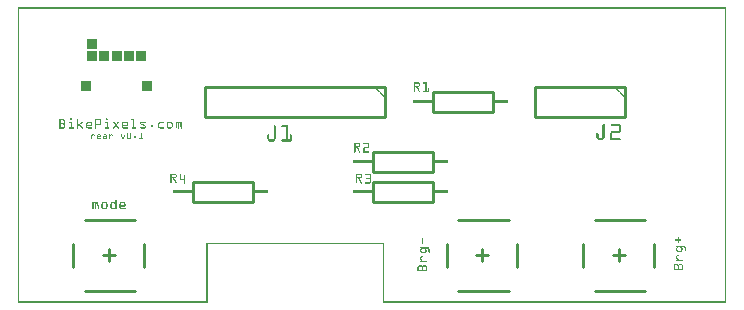
<source format=gto>
G04 MADE WITH FRITZING*
G04 WWW.FRITZING.ORG*
G04 DOUBLE SIDED*
G04 HOLES PLATED*
G04 CONTOUR ON CENTER OF CONTOUR VECTOR*
%ASAXBY*%
%FSLAX23Y23*%
%MOIN*%
%OFA0B0*%
%SFA1.0B1.0*%
%ADD10R,0.032835X0.032835*%
%ADD11C,0.010000*%
%ADD12R,0.001000X0.001000*%
%LNSILK1*%
G90*
G70*
G54D10*
X288Y822D03*
X248Y822D03*
X370Y822D03*
X329Y822D03*
X410Y822D03*
X248Y863D03*
X228Y721D03*
X431Y721D03*
G54D11*
X1385Y702D02*
X1585Y702D01*
D02*
X1585Y702D02*
X1585Y636D01*
D02*
X1585Y636D02*
X1385Y636D01*
D02*
X1385Y636D02*
X1385Y702D01*
D02*
X2025Y719D02*
X1725Y719D01*
D02*
X1725Y719D02*
X1725Y619D01*
D02*
X1725Y619D02*
X2025Y619D01*
D02*
X2025Y619D02*
X2025Y719D01*
D02*
X1225Y719D02*
X625Y719D01*
D02*
X625Y719D02*
X625Y619D01*
D02*
X625Y619D02*
X1225Y619D01*
D02*
X1225Y619D02*
X1225Y719D01*
D02*
X421Y197D02*
X421Y119D01*
D02*
X224Y276D02*
X392Y276D01*
D02*
X224Y40D02*
X392Y40D01*
D02*
X185Y197D02*
X185Y119D01*
D02*
X303Y178D02*
X303Y138D01*
D02*
X323Y158D02*
X283Y158D01*
D02*
X1665Y197D02*
X1665Y119D01*
D02*
X1468Y276D02*
X1636Y276D01*
D02*
X1468Y40D02*
X1636Y40D01*
D02*
X1429Y197D02*
X1429Y119D01*
D02*
X1547Y178D02*
X1547Y138D01*
D02*
X1567Y158D02*
X1527Y158D01*
D02*
X2121Y197D02*
X2121Y119D01*
D02*
X1924Y276D02*
X2092Y276D01*
D02*
X1924Y40D02*
X2092Y40D01*
D02*
X1885Y197D02*
X1885Y119D01*
D02*
X2003Y178D02*
X2003Y138D01*
D02*
X2023Y158D02*
X1983Y158D01*
D02*
X585Y402D02*
X785Y402D01*
D02*
X785Y402D02*
X785Y336D01*
D02*
X785Y336D02*
X585Y336D01*
D02*
X585Y336D02*
X585Y402D01*
D02*
X1185Y402D02*
X1385Y402D01*
D02*
X1385Y402D02*
X1385Y336D01*
D02*
X1385Y336D02*
X1185Y336D01*
D02*
X1185Y336D02*
X1185Y402D01*
D02*
X1185Y502D02*
X1385Y502D01*
D02*
X1385Y502D02*
X1385Y436D01*
D02*
X1385Y436D02*
X1185Y436D01*
D02*
X1185Y436D02*
X1185Y502D01*
G54D12*
X0Y984D02*
X2361Y984D01*
X0Y983D02*
X2361Y983D01*
X0Y982D02*
X2361Y982D01*
X0Y981D02*
X2361Y981D01*
X0Y980D02*
X3Y980D01*
X2358Y980D02*
X2361Y980D01*
X0Y979D02*
X3Y979D01*
X2358Y979D02*
X2361Y979D01*
X0Y978D02*
X3Y978D01*
X2358Y978D02*
X2361Y978D01*
X0Y977D02*
X3Y977D01*
X2358Y977D02*
X2361Y977D01*
X0Y976D02*
X3Y976D01*
X2358Y976D02*
X2361Y976D01*
X0Y975D02*
X3Y975D01*
X2358Y975D02*
X2361Y975D01*
X0Y974D02*
X3Y974D01*
X2358Y974D02*
X2361Y974D01*
X0Y973D02*
X3Y973D01*
X2358Y973D02*
X2361Y973D01*
X0Y972D02*
X3Y972D01*
X2358Y972D02*
X2361Y972D01*
X0Y971D02*
X3Y971D01*
X2358Y971D02*
X2361Y971D01*
X0Y970D02*
X3Y970D01*
X2358Y970D02*
X2361Y970D01*
X0Y969D02*
X3Y969D01*
X2358Y969D02*
X2361Y969D01*
X0Y968D02*
X3Y968D01*
X2358Y968D02*
X2361Y968D01*
X0Y967D02*
X3Y967D01*
X2358Y967D02*
X2361Y967D01*
X0Y966D02*
X3Y966D01*
X2358Y966D02*
X2361Y966D01*
X0Y965D02*
X3Y965D01*
X2358Y965D02*
X2361Y965D01*
X0Y964D02*
X3Y964D01*
X2358Y964D02*
X2361Y964D01*
X0Y963D02*
X3Y963D01*
X2358Y963D02*
X2361Y963D01*
X0Y962D02*
X3Y962D01*
X2358Y962D02*
X2361Y962D01*
X0Y961D02*
X3Y961D01*
X2358Y961D02*
X2361Y961D01*
X0Y960D02*
X3Y960D01*
X2358Y960D02*
X2361Y960D01*
X0Y959D02*
X3Y959D01*
X2358Y959D02*
X2361Y959D01*
X0Y958D02*
X3Y958D01*
X2358Y958D02*
X2361Y958D01*
X0Y957D02*
X3Y957D01*
X2358Y957D02*
X2361Y957D01*
X0Y956D02*
X3Y956D01*
X2358Y956D02*
X2361Y956D01*
X0Y955D02*
X3Y955D01*
X2358Y955D02*
X2361Y955D01*
X0Y954D02*
X3Y954D01*
X2358Y954D02*
X2361Y954D01*
X0Y953D02*
X3Y953D01*
X2358Y953D02*
X2361Y953D01*
X0Y952D02*
X3Y952D01*
X2358Y952D02*
X2361Y952D01*
X0Y951D02*
X3Y951D01*
X2358Y951D02*
X2361Y951D01*
X0Y950D02*
X3Y950D01*
X2358Y950D02*
X2361Y950D01*
X0Y949D02*
X3Y949D01*
X2358Y949D02*
X2361Y949D01*
X0Y948D02*
X3Y948D01*
X2358Y948D02*
X2361Y948D01*
X0Y947D02*
X3Y947D01*
X2358Y947D02*
X2361Y947D01*
X0Y946D02*
X3Y946D01*
X2358Y946D02*
X2361Y946D01*
X0Y945D02*
X3Y945D01*
X2358Y945D02*
X2361Y945D01*
X0Y944D02*
X3Y944D01*
X2358Y944D02*
X2361Y944D01*
X0Y943D02*
X3Y943D01*
X2358Y943D02*
X2361Y943D01*
X0Y942D02*
X3Y942D01*
X2358Y942D02*
X2361Y942D01*
X0Y941D02*
X3Y941D01*
X2358Y941D02*
X2361Y941D01*
X0Y940D02*
X3Y940D01*
X2358Y940D02*
X2361Y940D01*
X0Y939D02*
X3Y939D01*
X2358Y939D02*
X2361Y939D01*
X0Y938D02*
X3Y938D01*
X2358Y938D02*
X2361Y938D01*
X0Y937D02*
X3Y937D01*
X2358Y937D02*
X2361Y937D01*
X0Y936D02*
X3Y936D01*
X2358Y936D02*
X2361Y936D01*
X0Y935D02*
X3Y935D01*
X2358Y935D02*
X2361Y935D01*
X0Y934D02*
X3Y934D01*
X2358Y934D02*
X2361Y934D01*
X0Y933D02*
X3Y933D01*
X2358Y933D02*
X2361Y933D01*
X0Y932D02*
X3Y932D01*
X2358Y932D02*
X2361Y932D01*
X0Y931D02*
X3Y931D01*
X2358Y931D02*
X2361Y931D01*
X0Y930D02*
X3Y930D01*
X2358Y930D02*
X2361Y930D01*
X0Y929D02*
X3Y929D01*
X2358Y929D02*
X2361Y929D01*
X0Y928D02*
X3Y928D01*
X2358Y928D02*
X2361Y928D01*
X0Y927D02*
X3Y927D01*
X2358Y927D02*
X2361Y927D01*
X0Y926D02*
X3Y926D01*
X2358Y926D02*
X2361Y926D01*
X0Y925D02*
X3Y925D01*
X2358Y925D02*
X2361Y925D01*
X0Y924D02*
X3Y924D01*
X2358Y924D02*
X2361Y924D01*
X0Y923D02*
X3Y923D01*
X2358Y923D02*
X2361Y923D01*
X0Y922D02*
X3Y922D01*
X2358Y922D02*
X2361Y922D01*
X0Y921D02*
X3Y921D01*
X2358Y921D02*
X2361Y921D01*
X0Y920D02*
X3Y920D01*
X2358Y920D02*
X2361Y920D01*
X0Y919D02*
X3Y919D01*
X2358Y919D02*
X2361Y919D01*
X0Y918D02*
X3Y918D01*
X2358Y918D02*
X2361Y918D01*
X0Y917D02*
X3Y917D01*
X2358Y917D02*
X2361Y917D01*
X0Y916D02*
X3Y916D01*
X2358Y916D02*
X2361Y916D01*
X0Y915D02*
X3Y915D01*
X2358Y915D02*
X2361Y915D01*
X0Y914D02*
X3Y914D01*
X2358Y914D02*
X2361Y914D01*
X0Y913D02*
X3Y913D01*
X2358Y913D02*
X2361Y913D01*
X0Y912D02*
X3Y912D01*
X2358Y912D02*
X2361Y912D01*
X0Y911D02*
X3Y911D01*
X2358Y911D02*
X2361Y911D01*
X0Y910D02*
X3Y910D01*
X2358Y910D02*
X2361Y910D01*
X0Y909D02*
X3Y909D01*
X2358Y909D02*
X2361Y909D01*
X0Y908D02*
X3Y908D01*
X2358Y908D02*
X2361Y908D01*
X0Y907D02*
X3Y907D01*
X2358Y907D02*
X2361Y907D01*
X0Y906D02*
X3Y906D01*
X2358Y906D02*
X2361Y906D01*
X0Y905D02*
X3Y905D01*
X2358Y905D02*
X2361Y905D01*
X0Y904D02*
X3Y904D01*
X2358Y904D02*
X2361Y904D01*
X0Y903D02*
X3Y903D01*
X2358Y903D02*
X2361Y903D01*
X0Y902D02*
X3Y902D01*
X2358Y902D02*
X2361Y902D01*
X0Y901D02*
X3Y901D01*
X2358Y901D02*
X2361Y901D01*
X0Y900D02*
X3Y900D01*
X2358Y900D02*
X2361Y900D01*
X0Y899D02*
X3Y899D01*
X2358Y899D02*
X2361Y899D01*
X0Y898D02*
X3Y898D01*
X2358Y898D02*
X2361Y898D01*
X0Y897D02*
X3Y897D01*
X2358Y897D02*
X2361Y897D01*
X0Y896D02*
X3Y896D01*
X2358Y896D02*
X2361Y896D01*
X0Y895D02*
X3Y895D01*
X2358Y895D02*
X2361Y895D01*
X0Y894D02*
X3Y894D01*
X2358Y894D02*
X2361Y894D01*
X0Y893D02*
X3Y893D01*
X2358Y893D02*
X2361Y893D01*
X0Y892D02*
X3Y892D01*
X2358Y892D02*
X2361Y892D01*
X0Y891D02*
X3Y891D01*
X2358Y891D02*
X2361Y891D01*
X0Y890D02*
X3Y890D01*
X2358Y890D02*
X2361Y890D01*
X0Y889D02*
X3Y889D01*
X2358Y889D02*
X2361Y889D01*
X0Y888D02*
X3Y888D01*
X2358Y888D02*
X2361Y888D01*
X0Y887D02*
X3Y887D01*
X2358Y887D02*
X2361Y887D01*
X0Y886D02*
X3Y886D01*
X2358Y886D02*
X2361Y886D01*
X0Y885D02*
X3Y885D01*
X2358Y885D02*
X2361Y885D01*
X0Y884D02*
X3Y884D01*
X2358Y884D02*
X2361Y884D01*
X0Y883D02*
X3Y883D01*
X2358Y883D02*
X2361Y883D01*
X0Y882D02*
X3Y882D01*
X2358Y882D02*
X2361Y882D01*
X0Y881D02*
X3Y881D01*
X2358Y881D02*
X2361Y881D01*
X0Y880D02*
X3Y880D01*
X2358Y880D02*
X2361Y880D01*
X0Y879D02*
X3Y879D01*
X2358Y879D02*
X2361Y879D01*
X0Y878D02*
X3Y878D01*
X2358Y878D02*
X2361Y878D01*
X0Y877D02*
X3Y877D01*
X2358Y877D02*
X2361Y877D01*
X0Y876D02*
X3Y876D01*
X2358Y876D02*
X2361Y876D01*
X0Y875D02*
X3Y875D01*
X2358Y875D02*
X2361Y875D01*
X0Y874D02*
X3Y874D01*
X2358Y874D02*
X2361Y874D01*
X0Y873D02*
X3Y873D01*
X2358Y873D02*
X2361Y873D01*
X0Y872D02*
X3Y872D01*
X2358Y872D02*
X2361Y872D01*
X0Y871D02*
X3Y871D01*
X2358Y871D02*
X2361Y871D01*
X0Y870D02*
X3Y870D01*
X2358Y870D02*
X2361Y870D01*
X0Y869D02*
X3Y869D01*
X2358Y869D02*
X2361Y869D01*
X0Y868D02*
X3Y868D01*
X2358Y868D02*
X2361Y868D01*
X0Y867D02*
X3Y867D01*
X2358Y867D02*
X2361Y867D01*
X0Y866D02*
X3Y866D01*
X2358Y866D02*
X2361Y866D01*
X0Y865D02*
X3Y865D01*
X2358Y865D02*
X2361Y865D01*
X0Y864D02*
X3Y864D01*
X2358Y864D02*
X2361Y864D01*
X0Y863D02*
X3Y863D01*
X2358Y863D02*
X2361Y863D01*
X0Y862D02*
X3Y862D01*
X2358Y862D02*
X2361Y862D01*
X0Y861D02*
X3Y861D01*
X2358Y861D02*
X2361Y861D01*
X0Y860D02*
X3Y860D01*
X2358Y860D02*
X2361Y860D01*
X0Y859D02*
X3Y859D01*
X2358Y859D02*
X2361Y859D01*
X0Y858D02*
X3Y858D01*
X2358Y858D02*
X2361Y858D01*
X0Y857D02*
X3Y857D01*
X2358Y857D02*
X2361Y857D01*
X0Y856D02*
X3Y856D01*
X2358Y856D02*
X2361Y856D01*
X0Y855D02*
X3Y855D01*
X2358Y855D02*
X2361Y855D01*
X0Y854D02*
X3Y854D01*
X2358Y854D02*
X2361Y854D01*
X0Y853D02*
X3Y853D01*
X2358Y853D02*
X2361Y853D01*
X0Y852D02*
X3Y852D01*
X2358Y852D02*
X2361Y852D01*
X0Y851D02*
X3Y851D01*
X2358Y851D02*
X2361Y851D01*
X0Y850D02*
X3Y850D01*
X2358Y850D02*
X2361Y850D01*
X0Y849D02*
X3Y849D01*
X2358Y849D02*
X2361Y849D01*
X0Y848D02*
X3Y848D01*
X2358Y848D02*
X2361Y848D01*
X0Y847D02*
X3Y847D01*
X2358Y847D02*
X2361Y847D01*
X0Y846D02*
X3Y846D01*
X2358Y846D02*
X2361Y846D01*
X0Y845D02*
X3Y845D01*
X2358Y845D02*
X2361Y845D01*
X0Y844D02*
X3Y844D01*
X2358Y844D02*
X2361Y844D01*
X0Y843D02*
X3Y843D01*
X2358Y843D02*
X2361Y843D01*
X0Y842D02*
X3Y842D01*
X2358Y842D02*
X2361Y842D01*
X0Y841D02*
X3Y841D01*
X2358Y841D02*
X2361Y841D01*
X0Y840D02*
X3Y840D01*
X2358Y840D02*
X2361Y840D01*
X0Y839D02*
X3Y839D01*
X2358Y839D02*
X2361Y839D01*
X0Y838D02*
X3Y838D01*
X2358Y838D02*
X2361Y838D01*
X0Y837D02*
X3Y837D01*
X2358Y837D02*
X2361Y837D01*
X0Y836D02*
X3Y836D01*
X2358Y836D02*
X2361Y836D01*
X0Y835D02*
X3Y835D01*
X2358Y835D02*
X2361Y835D01*
X0Y834D02*
X3Y834D01*
X2358Y834D02*
X2361Y834D01*
X0Y833D02*
X3Y833D01*
X2358Y833D02*
X2361Y833D01*
X0Y832D02*
X3Y832D01*
X2358Y832D02*
X2361Y832D01*
X0Y831D02*
X3Y831D01*
X2358Y831D02*
X2361Y831D01*
X0Y830D02*
X3Y830D01*
X2358Y830D02*
X2361Y830D01*
X0Y829D02*
X3Y829D01*
X2358Y829D02*
X2361Y829D01*
X0Y828D02*
X3Y828D01*
X2358Y828D02*
X2361Y828D01*
X0Y827D02*
X3Y827D01*
X2358Y827D02*
X2361Y827D01*
X0Y826D02*
X3Y826D01*
X2358Y826D02*
X2361Y826D01*
X0Y825D02*
X3Y825D01*
X2358Y825D02*
X2361Y825D01*
X0Y824D02*
X3Y824D01*
X2358Y824D02*
X2361Y824D01*
X0Y823D02*
X3Y823D01*
X2358Y823D02*
X2361Y823D01*
X0Y822D02*
X3Y822D01*
X2358Y822D02*
X2361Y822D01*
X0Y821D02*
X3Y821D01*
X2358Y821D02*
X2361Y821D01*
X0Y820D02*
X3Y820D01*
X2358Y820D02*
X2361Y820D01*
X0Y819D02*
X3Y819D01*
X2358Y819D02*
X2361Y819D01*
X0Y818D02*
X3Y818D01*
X2358Y818D02*
X2361Y818D01*
X0Y817D02*
X3Y817D01*
X2358Y817D02*
X2361Y817D01*
X0Y816D02*
X3Y816D01*
X2358Y816D02*
X2361Y816D01*
X0Y815D02*
X3Y815D01*
X2358Y815D02*
X2361Y815D01*
X0Y814D02*
X3Y814D01*
X2358Y814D02*
X2361Y814D01*
X0Y813D02*
X3Y813D01*
X2358Y813D02*
X2361Y813D01*
X0Y812D02*
X3Y812D01*
X2358Y812D02*
X2361Y812D01*
X0Y811D02*
X3Y811D01*
X2358Y811D02*
X2361Y811D01*
X0Y810D02*
X3Y810D01*
X2358Y810D02*
X2361Y810D01*
X0Y809D02*
X3Y809D01*
X2358Y809D02*
X2361Y809D01*
X0Y808D02*
X3Y808D01*
X2358Y808D02*
X2361Y808D01*
X0Y807D02*
X3Y807D01*
X2358Y807D02*
X2361Y807D01*
X0Y806D02*
X3Y806D01*
X2358Y806D02*
X2361Y806D01*
X0Y805D02*
X3Y805D01*
X2358Y805D02*
X2361Y805D01*
X0Y804D02*
X3Y804D01*
X2358Y804D02*
X2361Y804D01*
X0Y803D02*
X3Y803D01*
X2358Y803D02*
X2361Y803D01*
X0Y802D02*
X3Y802D01*
X2358Y802D02*
X2361Y802D01*
X0Y801D02*
X3Y801D01*
X2358Y801D02*
X2361Y801D01*
X0Y800D02*
X3Y800D01*
X2358Y800D02*
X2361Y800D01*
X0Y799D02*
X3Y799D01*
X2358Y799D02*
X2361Y799D01*
X0Y798D02*
X3Y798D01*
X2358Y798D02*
X2361Y798D01*
X0Y797D02*
X3Y797D01*
X2358Y797D02*
X2361Y797D01*
X0Y796D02*
X3Y796D01*
X2358Y796D02*
X2361Y796D01*
X0Y795D02*
X3Y795D01*
X2358Y795D02*
X2361Y795D01*
X0Y794D02*
X3Y794D01*
X2358Y794D02*
X2361Y794D01*
X0Y793D02*
X3Y793D01*
X2358Y793D02*
X2361Y793D01*
X0Y792D02*
X3Y792D01*
X2358Y792D02*
X2361Y792D01*
X0Y791D02*
X3Y791D01*
X2358Y791D02*
X2361Y791D01*
X0Y790D02*
X3Y790D01*
X2358Y790D02*
X2361Y790D01*
X0Y789D02*
X3Y789D01*
X2358Y789D02*
X2361Y789D01*
X0Y788D02*
X3Y788D01*
X2358Y788D02*
X2361Y788D01*
X0Y787D02*
X3Y787D01*
X2358Y787D02*
X2361Y787D01*
X0Y786D02*
X3Y786D01*
X2358Y786D02*
X2361Y786D01*
X0Y785D02*
X3Y785D01*
X2358Y785D02*
X2361Y785D01*
X0Y784D02*
X3Y784D01*
X2358Y784D02*
X2361Y784D01*
X0Y783D02*
X3Y783D01*
X2358Y783D02*
X2361Y783D01*
X0Y782D02*
X3Y782D01*
X2358Y782D02*
X2361Y782D01*
X0Y781D02*
X3Y781D01*
X2358Y781D02*
X2361Y781D01*
X0Y780D02*
X3Y780D01*
X2358Y780D02*
X2361Y780D01*
X0Y779D02*
X3Y779D01*
X2358Y779D02*
X2361Y779D01*
X0Y778D02*
X3Y778D01*
X2358Y778D02*
X2361Y778D01*
X0Y777D02*
X3Y777D01*
X2358Y777D02*
X2361Y777D01*
X0Y776D02*
X3Y776D01*
X2358Y776D02*
X2361Y776D01*
X0Y775D02*
X3Y775D01*
X2358Y775D02*
X2361Y775D01*
X0Y774D02*
X3Y774D01*
X2358Y774D02*
X2361Y774D01*
X0Y773D02*
X3Y773D01*
X2358Y773D02*
X2361Y773D01*
X0Y772D02*
X3Y772D01*
X2358Y772D02*
X2361Y772D01*
X0Y771D02*
X3Y771D01*
X2358Y771D02*
X2361Y771D01*
X0Y770D02*
X3Y770D01*
X2358Y770D02*
X2361Y770D01*
X0Y769D02*
X3Y769D01*
X2358Y769D02*
X2361Y769D01*
X0Y768D02*
X3Y768D01*
X2358Y768D02*
X2361Y768D01*
X0Y767D02*
X3Y767D01*
X2358Y767D02*
X2361Y767D01*
X0Y766D02*
X3Y766D01*
X2358Y766D02*
X2361Y766D01*
X0Y765D02*
X3Y765D01*
X2358Y765D02*
X2361Y765D01*
X0Y764D02*
X3Y764D01*
X2358Y764D02*
X2361Y764D01*
X0Y763D02*
X3Y763D01*
X2358Y763D02*
X2361Y763D01*
X0Y762D02*
X3Y762D01*
X2358Y762D02*
X2361Y762D01*
X0Y761D02*
X3Y761D01*
X2358Y761D02*
X2361Y761D01*
X0Y760D02*
X3Y760D01*
X2358Y760D02*
X2361Y760D01*
X0Y759D02*
X3Y759D01*
X2358Y759D02*
X2361Y759D01*
X0Y758D02*
X3Y758D01*
X2358Y758D02*
X2361Y758D01*
X0Y757D02*
X3Y757D01*
X2358Y757D02*
X2361Y757D01*
X0Y756D02*
X3Y756D01*
X2358Y756D02*
X2361Y756D01*
X0Y755D02*
X3Y755D01*
X2358Y755D02*
X2361Y755D01*
X0Y754D02*
X3Y754D01*
X2358Y754D02*
X2361Y754D01*
X0Y753D02*
X3Y753D01*
X2358Y753D02*
X2361Y753D01*
X0Y752D02*
X3Y752D01*
X2358Y752D02*
X2361Y752D01*
X0Y751D02*
X3Y751D01*
X2358Y751D02*
X2361Y751D01*
X0Y750D02*
X3Y750D01*
X2358Y750D02*
X2361Y750D01*
X0Y749D02*
X3Y749D01*
X2358Y749D02*
X2361Y749D01*
X0Y748D02*
X3Y748D01*
X2358Y748D02*
X2361Y748D01*
X0Y747D02*
X3Y747D01*
X2358Y747D02*
X2361Y747D01*
X0Y746D02*
X3Y746D01*
X2358Y746D02*
X2361Y746D01*
X0Y745D02*
X3Y745D01*
X2358Y745D02*
X2361Y745D01*
X0Y744D02*
X3Y744D01*
X2358Y744D02*
X2361Y744D01*
X0Y743D02*
X3Y743D01*
X2358Y743D02*
X2361Y743D01*
X0Y742D02*
X3Y742D01*
X2358Y742D02*
X2361Y742D01*
X0Y741D02*
X3Y741D01*
X2358Y741D02*
X2361Y741D01*
X0Y740D02*
X3Y740D01*
X2358Y740D02*
X2361Y740D01*
X0Y739D02*
X3Y739D01*
X2358Y739D02*
X2361Y739D01*
X0Y738D02*
X3Y738D01*
X2358Y738D02*
X2361Y738D01*
X0Y737D02*
X3Y737D01*
X2358Y737D02*
X2361Y737D01*
X0Y736D02*
X3Y736D01*
X2358Y736D02*
X2361Y736D01*
X0Y735D02*
X3Y735D01*
X2358Y735D02*
X2361Y735D01*
X0Y734D02*
X3Y734D01*
X1321Y734D02*
X1335Y734D01*
X1352Y734D02*
X1362Y734D01*
X2358Y734D02*
X2361Y734D01*
X0Y733D02*
X3Y733D01*
X1321Y733D02*
X1337Y733D01*
X1351Y733D02*
X1362Y733D01*
X2358Y733D02*
X2361Y733D01*
X0Y732D02*
X3Y732D01*
X1321Y732D02*
X1339Y732D01*
X1351Y732D02*
X1362Y732D01*
X2358Y732D02*
X2361Y732D01*
X0Y731D02*
X3Y731D01*
X1321Y731D02*
X1339Y731D01*
X1351Y731D02*
X1362Y731D01*
X2358Y731D02*
X2361Y731D01*
X0Y730D02*
X3Y730D01*
X1321Y730D02*
X1340Y730D01*
X1352Y730D02*
X1362Y730D01*
X2358Y730D02*
X2361Y730D01*
X0Y729D02*
X3Y729D01*
X1321Y729D02*
X1324Y729D01*
X1337Y729D02*
X1340Y729D01*
X1359Y729D02*
X1362Y729D01*
X2358Y729D02*
X2361Y729D01*
X0Y728D02*
X3Y728D01*
X1321Y728D02*
X1324Y728D01*
X1337Y728D02*
X1340Y728D01*
X1359Y728D02*
X1362Y728D01*
X2358Y728D02*
X2361Y728D01*
X0Y727D02*
X3Y727D01*
X1321Y727D02*
X1324Y727D01*
X1337Y727D02*
X1340Y727D01*
X1359Y727D02*
X1362Y727D01*
X2358Y727D02*
X2361Y727D01*
X0Y726D02*
X3Y726D01*
X1321Y726D02*
X1324Y726D01*
X1337Y726D02*
X1340Y726D01*
X1359Y726D02*
X1362Y726D01*
X2358Y726D02*
X2361Y726D01*
X0Y725D02*
X3Y725D01*
X1321Y725D02*
X1324Y725D01*
X1337Y725D02*
X1340Y725D01*
X1359Y725D02*
X1362Y725D01*
X2358Y725D02*
X2361Y725D01*
X0Y724D02*
X3Y724D01*
X1321Y724D02*
X1324Y724D01*
X1336Y724D02*
X1340Y724D01*
X1359Y724D02*
X1362Y724D01*
X2358Y724D02*
X2361Y724D01*
X0Y723D02*
X3Y723D01*
X1321Y723D02*
X1340Y723D01*
X1359Y723D02*
X1362Y723D01*
X2358Y723D02*
X2361Y723D01*
X0Y722D02*
X3Y722D01*
X1321Y722D02*
X1339Y722D01*
X1359Y722D02*
X1362Y722D01*
X2358Y722D02*
X2361Y722D01*
X0Y721D02*
X3Y721D01*
X1191Y721D02*
X1191Y721D01*
X1321Y721D02*
X1338Y721D01*
X1359Y721D02*
X1362Y721D01*
X1991Y721D02*
X1991Y721D01*
X2358Y721D02*
X2361Y721D01*
X0Y720D02*
X3Y720D01*
X1190Y720D02*
X1192Y720D01*
X1321Y720D02*
X1337Y720D01*
X1359Y720D02*
X1362Y720D01*
X1990Y720D02*
X1992Y720D01*
X2358Y720D02*
X2361Y720D01*
X0Y719D02*
X3Y719D01*
X1189Y719D02*
X1193Y719D01*
X1321Y719D02*
X1324Y719D01*
X1328Y719D02*
X1332Y719D01*
X1359Y719D02*
X1362Y719D01*
X1989Y719D02*
X1993Y719D01*
X2358Y719D02*
X2361Y719D01*
X0Y718D02*
X3Y718D01*
X1188Y718D02*
X1194Y718D01*
X1321Y718D02*
X1324Y718D01*
X1329Y718D02*
X1332Y718D01*
X1359Y718D02*
X1362Y718D01*
X1988Y718D02*
X1994Y718D01*
X2358Y718D02*
X2361Y718D01*
X0Y717D02*
X3Y717D01*
X1189Y717D02*
X1195Y717D01*
X1321Y717D02*
X1324Y717D01*
X1329Y717D02*
X1333Y717D01*
X1359Y717D02*
X1362Y717D01*
X1989Y717D02*
X1995Y717D01*
X2358Y717D02*
X2361Y717D01*
X0Y716D02*
X3Y716D01*
X1190Y716D02*
X1196Y716D01*
X1321Y716D02*
X1324Y716D01*
X1330Y716D02*
X1334Y716D01*
X1359Y716D02*
X1362Y716D01*
X1368Y716D02*
X1370Y716D01*
X1990Y716D02*
X1996Y716D01*
X2358Y716D02*
X2361Y716D01*
X0Y715D02*
X3Y715D01*
X1191Y715D02*
X1197Y715D01*
X1321Y715D02*
X1324Y715D01*
X1330Y715D02*
X1334Y715D01*
X1359Y715D02*
X1362Y715D01*
X1367Y715D02*
X1370Y715D01*
X1991Y715D02*
X1997Y715D01*
X2358Y715D02*
X2361Y715D01*
X0Y714D02*
X3Y714D01*
X1192Y714D02*
X1198Y714D01*
X1321Y714D02*
X1324Y714D01*
X1331Y714D02*
X1335Y714D01*
X1359Y714D02*
X1362Y714D01*
X1367Y714D02*
X1370Y714D01*
X1992Y714D02*
X1998Y714D01*
X2358Y714D02*
X2361Y714D01*
X0Y713D02*
X3Y713D01*
X1193Y713D02*
X1199Y713D01*
X1321Y713D02*
X1324Y713D01*
X1331Y713D02*
X1335Y713D01*
X1359Y713D02*
X1362Y713D01*
X1367Y713D02*
X1370Y713D01*
X1993Y713D02*
X1999Y713D01*
X2358Y713D02*
X2361Y713D01*
X0Y712D02*
X3Y712D01*
X1194Y712D02*
X1200Y712D01*
X1321Y712D02*
X1324Y712D01*
X1332Y712D02*
X1336Y712D01*
X1359Y712D02*
X1362Y712D01*
X1367Y712D02*
X1370Y712D01*
X1994Y712D02*
X2000Y712D01*
X2358Y712D02*
X2361Y712D01*
X0Y711D02*
X3Y711D01*
X1195Y711D02*
X1201Y711D01*
X1321Y711D02*
X1324Y711D01*
X1333Y711D02*
X1337Y711D01*
X1359Y711D02*
X1362Y711D01*
X1367Y711D02*
X1370Y711D01*
X1995Y711D02*
X2001Y711D01*
X2358Y711D02*
X2361Y711D01*
X0Y710D02*
X3Y710D01*
X1196Y710D02*
X1202Y710D01*
X1321Y710D02*
X1324Y710D01*
X1333Y710D02*
X1337Y710D01*
X1359Y710D02*
X1362Y710D01*
X1367Y710D02*
X1370Y710D01*
X1996Y710D02*
X2002Y710D01*
X2358Y710D02*
X2361Y710D01*
X0Y709D02*
X3Y709D01*
X1197Y709D02*
X1203Y709D01*
X1321Y709D02*
X1324Y709D01*
X1334Y709D02*
X1338Y709D01*
X1359Y709D02*
X1362Y709D01*
X1367Y709D02*
X1370Y709D01*
X1997Y709D02*
X2003Y709D01*
X2358Y709D02*
X2361Y709D01*
X0Y708D02*
X3Y708D01*
X1198Y708D02*
X1204Y708D01*
X1321Y708D02*
X1324Y708D01*
X1334Y708D02*
X1338Y708D01*
X1359Y708D02*
X1362Y708D01*
X1367Y708D02*
X1370Y708D01*
X1998Y708D02*
X2004Y708D01*
X2358Y708D02*
X2361Y708D01*
X0Y707D02*
X3Y707D01*
X1199Y707D02*
X1205Y707D01*
X1321Y707D02*
X1324Y707D01*
X1335Y707D02*
X1339Y707D01*
X1359Y707D02*
X1362Y707D01*
X1367Y707D02*
X1370Y707D01*
X1999Y707D02*
X2005Y707D01*
X2358Y707D02*
X2361Y707D01*
X0Y706D02*
X3Y706D01*
X1200Y706D02*
X1206Y706D01*
X1321Y706D02*
X1324Y706D01*
X1336Y706D02*
X1339Y706D01*
X1359Y706D02*
X1362Y706D01*
X1367Y706D02*
X1370Y706D01*
X2000Y706D02*
X2006Y706D01*
X2358Y706D02*
X2361Y706D01*
X0Y705D02*
X3Y705D01*
X1201Y705D02*
X1207Y705D01*
X1321Y705D02*
X1324Y705D01*
X1336Y705D02*
X1340Y705D01*
X1351Y705D02*
X1370Y705D01*
X2001Y705D02*
X2007Y705D01*
X2358Y705D02*
X2361Y705D01*
X0Y704D02*
X3Y704D01*
X1202Y704D02*
X1208Y704D01*
X1321Y704D02*
X1324Y704D01*
X1337Y704D02*
X1340Y704D01*
X1351Y704D02*
X1370Y704D01*
X2002Y704D02*
X2008Y704D01*
X2358Y704D02*
X2361Y704D01*
X0Y703D02*
X3Y703D01*
X1204Y703D02*
X1209Y703D01*
X1321Y703D02*
X1324Y703D01*
X1337Y703D02*
X1340Y703D01*
X1351Y703D02*
X1370Y703D01*
X2004Y703D02*
X2009Y703D01*
X2358Y703D02*
X2361Y703D01*
X0Y702D02*
X3Y702D01*
X1205Y702D02*
X1210Y702D01*
X1322Y702D02*
X1323Y702D01*
X1338Y702D02*
X1339Y702D01*
X1352Y702D02*
X1369Y702D01*
X2005Y702D02*
X2010Y702D01*
X2358Y702D02*
X2361Y702D01*
X0Y701D02*
X3Y701D01*
X1206Y701D02*
X1211Y701D01*
X2006Y701D02*
X2011Y701D01*
X2358Y701D02*
X2361Y701D01*
X0Y700D02*
X3Y700D01*
X1207Y700D02*
X1212Y700D01*
X2007Y700D02*
X2012Y700D01*
X2358Y700D02*
X2361Y700D01*
X0Y699D02*
X3Y699D01*
X1208Y699D02*
X1213Y699D01*
X2008Y699D02*
X2013Y699D01*
X2358Y699D02*
X2361Y699D01*
X0Y698D02*
X3Y698D01*
X1209Y698D02*
X1214Y698D01*
X2009Y698D02*
X2014Y698D01*
X2358Y698D02*
X2361Y698D01*
X0Y697D02*
X3Y697D01*
X1209Y697D02*
X1215Y697D01*
X2009Y697D02*
X2015Y697D01*
X2358Y697D02*
X2361Y697D01*
X0Y696D02*
X3Y696D01*
X1210Y696D02*
X1216Y696D01*
X2010Y696D02*
X2016Y696D01*
X2358Y696D02*
X2361Y696D01*
X0Y695D02*
X3Y695D01*
X1211Y695D02*
X1217Y695D01*
X2011Y695D02*
X2017Y695D01*
X2358Y695D02*
X2361Y695D01*
X0Y694D02*
X3Y694D01*
X1212Y694D02*
X1218Y694D01*
X2012Y694D02*
X2018Y694D01*
X2358Y694D02*
X2361Y694D01*
X0Y693D02*
X3Y693D01*
X1213Y693D02*
X1219Y693D01*
X2013Y693D02*
X2019Y693D01*
X2358Y693D02*
X2361Y693D01*
X0Y692D02*
X3Y692D01*
X1214Y692D02*
X1220Y692D01*
X2014Y692D02*
X2020Y692D01*
X2358Y692D02*
X2361Y692D01*
X0Y691D02*
X3Y691D01*
X1215Y691D02*
X1221Y691D01*
X2015Y691D02*
X2021Y691D01*
X2358Y691D02*
X2361Y691D01*
X0Y690D02*
X3Y690D01*
X1216Y690D02*
X1222Y690D01*
X2016Y690D02*
X2022Y690D01*
X2358Y690D02*
X2361Y690D01*
X0Y689D02*
X3Y689D01*
X1217Y689D02*
X1223Y689D01*
X2017Y689D02*
X2023Y689D01*
X2358Y689D02*
X2361Y689D01*
X0Y688D02*
X3Y688D01*
X1218Y688D02*
X1224Y688D01*
X2018Y688D02*
X2024Y688D01*
X2358Y688D02*
X2361Y688D01*
X0Y687D02*
X3Y687D01*
X1219Y687D02*
X1225Y687D01*
X2019Y687D02*
X2025Y687D01*
X2358Y687D02*
X2361Y687D01*
X0Y686D02*
X3Y686D01*
X1220Y686D02*
X1225Y686D01*
X2020Y686D02*
X2025Y686D01*
X2358Y686D02*
X2361Y686D01*
X0Y685D02*
X3Y685D01*
X1221Y685D02*
X1224Y685D01*
X2021Y685D02*
X2024Y685D01*
X2358Y685D02*
X2361Y685D01*
X0Y684D02*
X3Y684D01*
X1222Y684D02*
X1223Y684D01*
X2022Y684D02*
X2023Y684D01*
X2358Y684D02*
X2361Y684D01*
X0Y683D02*
X3Y683D01*
X2358Y683D02*
X2361Y683D01*
X0Y682D02*
X3Y682D01*
X2358Y682D02*
X2361Y682D01*
X0Y681D02*
X3Y681D01*
X2358Y681D02*
X2361Y681D01*
X0Y680D02*
X3Y680D01*
X2358Y680D02*
X2361Y680D01*
X0Y679D02*
X3Y679D01*
X2358Y679D02*
X2361Y679D01*
X0Y678D02*
X3Y678D01*
X2358Y678D02*
X2361Y678D01*
X0Y677D02*
X3Y677D01*
X2358Y677D02*
X2361Y677D01*
X0Y676D02*
X3Y676D01*
X2358Y676D02*
X2361Y676D01*
X0Y675D02*
X3Y675D01*
X2358Y675D02*
X2361Y675D01*
X0Y674D02*
X3Y674D01*
X1317Y674D02*
X1384Y674D01*
X1584Y674D02*
X1632Y674D01*
X2358Y674D02*
X2361Y674D01*
X0Y673D02*
X3Y673D01*
X1317Y673D02*
X1384Y673D01*
X1584Y673D02*
X1632Y673D01*
X2358Y673D02*
X2361Y673D01*
X0Y672D02*
X3Y672D01*
X1317Y672D02*
X1384Y672D01*
X1584Y672D02*
X1632Y672D01*
X2358Y672D02*
X2361Y672D01*
X0Y671D02*
X3Y671D01*
X1317Y671D02*
X1384Y671D01*
X1584Y671D02*
X1632Y671D01*
X2358Y671D02*
X2361Y671D01*
X0Y670D02*
X3Y670D01*
X1317Y670D02*
X1384Y670D01*
X1584Y670D02*
X1631Y670D01*
X2358Y670D02*
X2361Y670D01*
X0Y669D02*
X3Y669D01*
X1317Y669D02*
X1384Y669D01*
X1584Y669D02*
X1632Y669D01*
X2358Y669D02*
X2361Y669D01*
X0Y668D02*
X3Y668D01*
X1317Y668D02*
X1384Y668D01*
X1584Y668D02*
X1632Y668D01*
X2358Y668D02*
X2361Y668D01*
X0Y667D02*
X3Y667D01*
X1317Y667D02*
X1384Y667D01*
X1584Y667D02*
X1632Y667D01*
X2358Y667D02*
X2361Y667D01*
X0Y666D02*
X3Y666D01*
X1317Y666D02*
X1384Y666D01*
X1584Y666D02*
X1632Y666D01*
X2358Y666D02*
X2361Y666D01*
X0Y665D02*
X3Y665D01*
X1317Y665D02*
X1383Y665D01*
X1585Y665D02*
X1632Y665D01*
X2358Y665D02*
X2361Y665D01*
X0Y664D02*
X3Y664D01*
X2358Y664D02*
X2361Y664D01*
X0Y663D02*
X3Y663D01*
X2358Y663D02*
X2361Y663D01*
X0Y662D02*
X3Y662D01*
X2358Y662D02*
X2361Y662D01*
X0Y661D02*
X3Y661D01*
X2358Y661D02*
X2361Y661D01*
X0Y660D02*
X3Y660D01*
X2358Y660D02*
X2361Y660D01*
X0Y659D02*
X3Y659D01*
X2358Y659D02*
X2361Y659D01*
X0Y658D02*
X3Y658D01*
X2358Y658D02*
X2361Y658D01*
X0Y657D02*
X3Y657D01*
X2358Y657D02*
X2361Y657D01*
X0Y656D02*
X3Y656D01*
X2358Y656D02*
X2361Y656D01*
X0Y655D02*
X3Y655D01*
X2358Y655D02*
X2361Y655D01*
X0Y654D02*
X3Y654D01*
X2358Y654D02*
X2361Y654D01*
X0Y653D02*
X3Y653D01*
X2358Y653D02*
X2361Y653D01*
X0Y652D02*
X3Y652D01*
X2358Y652D02*
X2361Y652D01*
X0Y651D02*
X3Y651D01*
X2358Y651D02*
X2361Y651D01*
X0Y650D02*
X3Y650D01*
X2358Y650D02*
X2361Y650D01*
X0Y649D02*
X3Y649D01*
X2358Y649D02*
X2361Y649D01*
X0Y648D02*
X3Y648D01*
X2358Y648D02*
X2361Y648D01*
X0Y647D02*
X3Y647D01*
X2358Y647D02*
X2361Y647D01*
X0Y646D02*
X3Y646D01*
X2358Y646D02*
X2361Y646D01*
X0Y645D02*
X3Y645D01*
X2358Y645D02*
X2361Y645D01*
X0Y644D02*
X3Y644D01*
X2358Y644D02*
X2361Y644D01*
X0Y643D02*
X3Y643D01*
X2358Y643D02*
X2361Y643D01*
X0Y642D02*
X3Y642D01*
X2358Y642D02*
X2361Y642D01*
X0Y641D02*
X3Y641D01*
X2358Y641D02*
X2361Y641D01*
X0Y640D02*
X3Y640D01*
X2358Y640D02*
X2361Y640D01*
X0Y639D02*
X3Y639D01*
X2358Y639D02*
X2361Y639D01*
X0Y638D02*
X3Y638D01*
X2358Y638D02*
X2361Y638D01*
X0Y637D02*
X3Y637D01*
X2358Y637D02*
X2361Y637D01*
X0Y636D02*
X3Y636D01*
X2358Y636D02*
X2361Y636D01*
X0Y635D02*
X3Y635D01*
X2358Y635D02*
X2361Y635D01*
X0Y634D02*
X3Y634D01*
X2358Y634D02*
X2361Y634D01*
X0Y633D02*
X3Y633D01*
X2358Y633D02*
X2361Y633D01*
X0Y632D02*
X3Y632D01*
X2358Y632D02*
X2361Y632D01*
X0Y631D02*
X3Y631D01*
X2358Y631D02*
X2361Y631D01*
X0Y630D02*
X3Y630D01*
X2358Y630D02*
X2361Y630D01*
X0Y629D02*
X3Y629D01*
X2358Y629D02*
X2361Y629D01*
X0Y628D02*
X3Y628D01*
X2358Y628D02*
X2361Y628D01*
X0Y627D02*
X3Y627D01*
X2358Y627D02*
X2361Y627D01*
X0Y626D02*
X3Y626D01*
X2358Y626D02*
X2361Y626D01*
X0Y625D02*
X3Y625D01*
X2358Y625D02*
X2361Y625D01*
X0Y624D02*
X3Y624D01*
X2358Y624D02*
X2361Y624D01*
X0Y623D02*
X3Y623D01*
X2358Y623D02*
X2361Y623D01*
X0Y622D02*
X3Y622D01*
X2358Y622D02*
X2361Y622D01*
X0Y621D02*
X3Y621D01*
X2358Y621D02*
X2361Y621D01*
X0Y620D02*
X3Y620D01*
X2358Y620D02*
X2361Y620D01*
X0Y619D02*
X3Y619D01*
X2358Y619D02*
X2361Y619D01*
X0Y618D02*
X3Y618D01*
X2358Y618D02*
X2361Y618D01*
X0Y617D02*
X3Y617D01*
X2358Y617D02*
X2361Y617D01*
X0Y616D02*
X3Y616D01*
X2358Y616D02*
X2361Y616D01*
X0Y615D02*
X3Y615D01*
X2358Y615D02*
X2361Y615D01*
X0Y614D02*
X3Y614D01*
X175Y614D02*
X179Y614D01*
X295Y614D02*
X298Y614D01*
X2358Y614D02*
X2361Y614D01*
X0Y613D02*
X3Y613D01*
X175Y613D02*
X179Y613D01*
X294Y613D02*
X299Y613D01*
X2358Y613D02*
X2361Y613D01*
X0Y612D02*
X3Y612D01*
X138Y612D02*
X153Y612D01*
X174Y612D02*
X180Y612D01*
X199Y612D02*
X200Y612D01*
X258Y612D02*
X274Y612D01*
X294Y612D02*
X299Y612D01*
X380Y612D02*
X388Y612D01*
X2358Y612D02*
X2361Y612D01*
X0Y611D02*
X3Y611D01*
X138Y611D02*
X154Y611D01*
X174Y611D02*
X180Y611D01*
X198Y611D02*
X201Y611D01*
X258Y611D02*
X275Y611D01*
X294Y611D02*
X299Y611D01*
X379Y611D02*
X388Y611D01*
X2358Y611D02*
X2361Y611D01*
X0Y610D02*
X3Y610D01*
X138Y610D02*
X156Y610D01*
X174Y610D02*
X180Y610D01*
X198Y610D02*
X201Y610D01*
X258Y610D02*
X276Y610D01*
X294Y610D02*
X299Y610D01*
X379Y610D02*
X388Y610D01*
X2358Y610D02*
X2361Y610D01*
X0Y609D02*
X3Y609D01*
X138Y609D02*
X156Y609D01*
X175Y609D02*
X179Y609D01*
X198Y609D02*
X201Y609D01*
X258Y609D02*
X277Y609D01*
X294Y609D02*
X298Y609D01*
X380Y609D02*
X388Y609D01*
X2358Y609D02*
X2361Y609D01*
X0Y608D02*
X3Y608D01*
X138Y608D02*
X142Y608D01*
X152Y608D02*
X157Y608D01*
X198Y608D02*
X201Y608D01*
X258Y608D02*
X261Y608D01*
X273Y608D02*
X277Y608D01*
X385Y608D02*
X388Y608D01*
X2358Y608D02*
X2361Y608D01*
X0Y607D02*
X3Y607D01*
X138Y607D02*
X142Y607D01*
X154Y607D02*
X158Y607D01*
X198Y607D02*
X201Y607D01*
X258Y607D02*
X261Y607D01*
X274Y607D02*
X277Y607D01*
X385Y607D02*
X388Y607D01*
X2358Y607D02*
X2361Y607D01*
X0Y606D02*
X3Y606D01*
X138Y606D02*
X142Y606D01*
X154Y606D02*
X158Y606D01*
X198Y606D02*
X201Y606D01*
X258Y606D02*
X261Y606D01*
X274Y606D02*
X277Y606D01*
X385Y606D02*
X388Y606D01*
X2358Y606D02*
X2361Y606D01*
X0Y605D02*
X3Y605D01*
X138Y605D02*
X142Y605D01*
X155Y605D02*
X158Y605D01*
X198Y605D02*
X201Y605D01*
X258Y605D02*
X261Y605D01*
X274Y605D02*
X277Y605D01*
X385Y605D02*
X388Y605D01*
X2358Y605D02*
X2361Y605D01*
X0Y604D02*
X3Y604D01*
X138Y604D02*
X142Y604D01*
X155Y604D02*
X158Y604D01*
X198Y604D02*
X201Y604D01*
X258Y604D02*
X261Y604D01*
X274Y604D02*
X277Y604D01*
X385Y604D02*
X388Y604D01*
X2358Y604D02*
X2361Y604D01*
X0Y603D02*
X3Y603D01*
X138Y603D02*
X142Y603D01*
X155Y603D02*
X158Y603D01*
X171Y603D02*
X179Y603D01*
X198Y603D02*
X201Y603D01*
X213Y603D02*
X215Y603D01*
X233Y603D02*
X243Y603D01*
X258Y603D02*
X261Y603D01*
X274Y603D02*
X277Y603D01*
X290Y603D02*
X298Y603D01*
X318Y603D02*
X320Y603D01*
X334Y603D02*
X336Y603D01*
X352Y603D02*
X362Y603D01*
X385Y603D02*
X388Y603D01*
X410Y603D02*
X423Y603D01*
X473Y603D02*
X485Y603D01*
X501Y603D02*
X511Y603D01*
X526Y603D02*
X528Y603D01*
X531Y603D02*
X535Y603D01*
X539Y603D02*
X543Y603D01*
X2358Y603D02*
X2361Y603D01*
X0Y602D02*
X3Y602D01*
X138Y602D02*
X142Y602D01*
X155Y602D02*
X158Y602D01*
X170Y602D02*
X180Y602D01*
X198Y602D02*
X201Y602D01*
X212Y602D02*
X216Y602D01*
X231Y602D02*
X244Y602D01*
X258Y602D02*
X261Y602D01*
X274Y602D02*
X277Y602D01*
X290Y602D02*
X299Y602D01*
X318Y602D02*
X321Y602D01*
X333Y602D02*
X336Y602D01*
X350Y602D02*
X363Y602D01*
X385Y602D02*
X388Y602D01*
X409Y602D02*
X425Y602D01*
X472Y602D02*
X486Y602D01*
X499Y602D02*
X512Y602D01*
X526Y602D02*
X544Y602D01*
X2358Y602D02*
X2361Y602D01*
X0Y601D02*
X3Y601D01*
X138Y601D02*
X142Y601D01*
X154Y601D02*
X158Y601D01*
X170Y601D02*
X180Y601D01*
X198Y601D02*
X201Y601D01*
X210Y601D02*
X215Y601D01*
X230Y601D02*
X245Y601D01*
X258Y601D02*
X261Y601D01*
X274Y601D02*
X277Y601D01*
X290Y601D02*
X299Y601D01*
X318Y601D02*
X322Y601D01*
X332Y601D02*
X336Y601D01*
X349Y601D02*
X365Y601D01*
X385Y601D02*
X388Y601D01*
X408Y601D02*
X426Y601D01*
X470Y601D02*
X486Y601D01*
X498Y601D02*
X514Y601D01*
X526Y601D02*
X545Y601D01*
X2358Y601D02*
X2361Y601D01*
X0Y600D02*
X3Y600D01*
X138Y600D02*
X142Y600D01*
X154Y600D02*
X158Y600D01*
X171Y600D02*
X180Y600D01*
X198Y600D02*
X201Y600D01*
X209Y600D02*
X215Y600D01*
X229Y600D02*
X246Y600D01*
X258Y600D02*
X261Y600D01*
X274Y600D02*
X277Y600D01*
X290Y600D02*
X299Y600D01*
X318Y600D02*
X323Y600D01*
X331Y600D02*
X336Y600D01*
X348Y600D02*
X365Y600D01*
X385Y600D02*
X388Y600D01*
X407Y600D02*
X426Y600D01*
X469Y600D02*
X485Y600D01*
X497Y600D02*
X514Y600D01*
X526Y600D02*
X545Y600D01*
X2358Y600D02*
X2361Y600D01*
X0Y599D02*
X3Y599D01*
X138Y599D02*
X142Y599D01*
X152Y599D02*
X157Y599D01*
X176Y599D02*
X180Y599D01*
X198Y599D02*
X201Y599D01*
X208Y599D02*
X214Y599D01*
X229Y599D02*
X233Y599D01*
X242Y599D02*
X247Y599D01*
X258Y599D02*
X261Y599D01*
X274Y599D02*
X277Y599D01*
X296Y599D02*
X299Y599D01*
X319Y599D02*
X324Y599D01*
X330Y599D02*
X335Y599D01*
X348Y599D02*
X352Y599D01*
X362Y599D02*
X366Y599D01*
X385Y599D02*
X388Y599D01*
X407Y599D02*
X411Y599D01*
X423Y599D02*
X426Y599D01*
X468Y599D02*
X474Y599D01*
X497Y599D02*
X501Y599D01*
X511Y599D02*
X515Y599D01*
X526Y599D02*
X531Y599D01*
X534Y599D02*
X539Y599D01*
X542Y599D02*
X545Y599D01*
X2358Y599D02*
X2361Y599D01*
X0Y598D02*
X3Y598D01*
X138Y598D02*
X157Y598D01*
X176Y598D02*
X180Y598D01*
X198Y598D02*
X201Y598D01*
X207Y598D02*
X212Y598D01*
X228Y598D02*
X232Y598D01*
X243Y598D02*
X247Y598D01*
X258Y598D02*
X261Y598D01*
X274Y598D02*
X277Y598D01*
X296Y598D02*
X299Y598D01*
X320Y598D02*
X325Y598D01*
X330Y598D02*
X334Y598D01*
X347Y598D02*
X351Y598D01*
X363Y598D02*
X366Y598D01*
X385Y598D02*
X388Y598D01*
X407Y598D02*
X411Y598D01*
X424Y598D02*
X424Y598D01*
X467Y598D02*
X472Y598D01*
X496Y598D02*
X500Y598D01*
X512Y598D02*
X516Y598D01*
X526Y598D02*
X530Y598D01*
X534Y598D02*
X538Y598D01*
X542Y598D02*
X545Y598D01*
X2358Y598D02*
X2361Y598D01*
X0Y597D02*
X3Y597D01*
X138Y597D02*
X156Y597D01*
X176Y597D02*
X180Y597D01*
X198Y597D02*
X201Y597D01*
X206Y597D02*
X211Y597D01*
X228Y597D02*
X231Y597D01*
X244Y597D02*
X247Y597D01*
X258Y597D02*
X261Y597D01*
X273Y597D02*
X277Y597D01*
X296Y597D02*
X299Y597D01*
X321Y597D02*
X325Y597D01*
X329Y597D02*
X333Y597D01*
X347Y597D02*
X350Y597D01*
X363Y597D02*
X367Y597D01*
X385Y597D02*
X388Y597D01*
X407Y597D02*
X412Y597D01*
X467Y597D02*
X471Y597D01*
X496Y597D02*
X500Y597D01*
X512Y597D02*
X516Y597D01*
X526Y597D02*
X529Y597D01*
X534Y597D02*
X537Y597D01*
X542Y597D02*
X545Y597D01*
X2358Y597D02*
X2361Y597D01*
X0Y596D02*
X3Y596D01*
X138Y596D02*
X156Y596D01*
X176Y596D02*
X180Y596D01*
X198Y596D02*
X201Y596D01*
X205Y596D02*
X210Y596D01*
X228Y596D02*
X231Y596D01*
X244Y596D02*
X247Y596D01*
X258Y596D02*
X277Y596D01*
X296Y596D02*
X299Y596D01*
X322Y596D02*
X326Y596D01*
X328Y596D02*
X332Y596D01*
X347Y596D02*
X350Y596D01*
X364Y596D02*
X367Y596D01*
X385Y596D02*
X388Y596D01*
X408Y596D02*
X414Y596D01*
X467Y596D02*
X470Y596D01*
X496Y596D02*
X499Y596D01*
X513Y596D02*
X516Y596D01*
X526Y596D02*
X529Y596D01*
X534Y596D02*
X537Y596D01*
X542Y596D02*
X545Y596D01*
X2358Y596D02*
X2361Y596D01*
X0Y595D02*
X3Y595D01*
X138Y595D02*
X156Y595D01*
X176Y595D02*
X180Y595D01*
X198Y595D02*
X201Y595D01*
X203Y595D02*
X209Y595D01*
X228Y595D02*
X231Y595D01*
X244Y595D02*
X247Y595D01*
X258Y595D02*
X276Y595D01*
X296Y595D02*
X299Y595D01*
X323Y595D02*
X332Y595D01*
X347Y595D02*
X350Y595D01*
X364Y595D02*
X367Y595D01*
X385Y595D02*
X388Y595D01*
X409Y595D02*
X417Y595D01*
X466Y595D02*
X470Y595D01*
X496Y595D02*
X499Y595D01*
X513Y595D02*
X516Y595D01*
X526Y595D02*
X529Y595D01*
X534Y595D02*
X537Y595D01*
X542Y595D02*
X545Y595D01*
X1950Y595D02*
X1954Y595D01*
X1976Y595D02*
X2005Y595D01*
X2358Y595D02*
X2361Y595D01*
X0Y594D02*
X3Y594D01*
X138Y594D02*
X142Y594D01*
X152Y594D02*
X157Y594D01*
X176Y594D02*
X180Y594D01*
X198Y594D02*
X208Y594D01*
X228Y594D02*
X231Y594D01*
X244Y594D02*
X247Y594D01*
X258Y594D02*
X275Y594D01*
X296Y594D02*
X299Y594D01*
X323Y594D02*
X331Y594D01*
X347Y594D02*
X350Y594D01*
X364Y594D02*
X367Y594D01*
X385Y594D02*
X388Y594D01*
X410Y594D02*
X419Y594D01*
X466Y594D02*
X470Y594D01*
X496Y594D02*
X499Y594D01*
X513Y594D02*
X516Y594D01*
X526Y594D02*
X529Y594D01*
X534Y594D02*
X537Y594D01*
X542Y594D02*
X545Y594D01*
X1950Y594D02*
X1955Y594D01*
X1976Y594D02*
X2007Y594D01*
X2358Y594D02*
X2361Y594D01*
X0Y593D02*
X3Y593D01*
X138Y593D02*
X142Y593D01*
X154Y593D02*
X158Y593D01*
X176Y593D02*
X180Y593D01*
X198Y593D02*
X207Y593D01*
X228Y593D02*
X247Y593D01*
X258Y593D02*
X273Y593D01*
X296Y593D02*
X299Y593D01*
X324Y593D02*
X330Y593D01*
X347Y593D02*
X367Y593D01*
X385Y593D02*
X388Y593D01*
X412Y593D02*
X421Y593D01*
X444Y593D02*
X449Y593D01*
X466Y593D02*
X470Y593D01*
X496Y593D02*
X499Y593D01*
X513Y593D02*
X516Y593D01*
X526Y593D02*
X529Y593D01*
X534Y593D02*
X537Y593D01*
X542Y593D02*
X545Y593D01*
X1949Y593D02*
X1955Y593D01*
X1975Y593D02*
X2007Y593D01*
X2358Y593D02*
X2361Y593D01*
X0Y592D02*
X3Y592D01*
X138Y592D02*
X142Y592D01*
X154Y592D02*
X158Y592D01*
X176Y592D02*
X180Y592D01*
X198Y592D02*
X208Y592D01*
X228Y592D02*
X247Y592D01*
X258Y592D02*
X261Y592D01*
X296Y592D02*
X299Y592D01*
X325Y592D02*
X330Y592D01*
X347Y592D02*
X367Y592D01*
X385Y592D02*
X388Y592D01*
X414Y592D02*
X423Y592D01*
X443Y592D02*
X450Y592D01*
X466Y592D02*
X470Y592D01*
X496Y592D02*
X499Y592D01*
X513Y592D02*
X516Y592D01*
X526Y592D02*
X529Y592D01*
X534Y592D02*
X537Y592D01*
X542Y592D02*
X545Y592D01*
X1949Y592D02*
X1955Y592D01*
X1975Y592D02*
X2008Y592D01*
X2358Y592D02*
X2361Y592D01*
X0Y591D02*
X3Y591D01*
X138Y591D02*
X142Y591D01*
X155Y591D02*
X158Y591D01*
X176Y591D02*
X180Y591D01*
X198Y591D02*
X209Y591D01*
X228Y591D02*
X247Y591D01*
X258Y591D02*
X261Y591D01*
X296Y591D02*
X299Y591D01*
X324Y591D02*
X330Y591D01*
X347Y591D02*
X367Y591D01*
X385Y591D02*
X388Y591D01*
X416Y591D02*
X424Y591D01*
X443Y591D02*
X450Y591D01*
X466Y591D02*
X470Y591D01*
X496Y591D02*
X499Y591D01*
X513Y591D02*
X516Y591D01*
X526Y591D02*
X529Y591D01*
X534Y591D02*
X537Y591D01*
X542Y591D02*
X546Y591D01*
X855Y591D02*
X857Y591D01*
X881Y591D02*
X899Y591D01*
X1949Y591D02*
X1955Y591D01*
X1976Y591D02*
X2009Y591D01*
X2358Y591D02*
X2361Y591D01*
X0Y590D02*
X3Y590D01*
X138Y590D02*
X142Y590D01*
X155Y590D02*
X158Y590D01*
X176Y590D02*
X180Y590D01*
X198Y590D02*
X210Y590D01*
X228Y590D02*
X247Y590D01*
X258Y590D02*
X261Y590D01*
X296Y590D02*
X299Y590D01*
X323Y590D02*
X331Y590D01*
X347Y590D02*
X366Y590D01*
X385Y590D02*
X388Y590D01*
X419Y590D02*
X425Y590D01*
X443Y590D02*
X450Y590D01*
X466Y590D02*
X470Y590D01*
X496Y590D02*
X499Y590D01*
X513Y590D02*
X516Y590D01*
X526Y590D02*
X529Y590D01*
X534Y590D02*
X537Y590D01*
X542Y590D02*
X546Y590D01*
X854Y590D02*
X858Y590D01*
X880Y590D02*
X899Y590D01*
X1949Y590D02*
X1955Y590D01*
X1976Y590D02*
X2009Y590D01*
X2358Y590D02*
X2361Y590D01*
X0Y589D02*
X3Y589D01*
X138Y589D02*
X142Y589D01*
X155Y589D02*
X158Y589D01*
X176Y589D02*
X180Y589D01*
X198Y589D02*
X202Y589D01*
X206Y589D02*
X211Y589D01*
X228Y589D02*
X231Y589D01*
X258Y589D02*
X261Y589D01*
X296Y589D02*
X299Y589D01*
X322Y589D02*
X332Y589D01*
X347Y589D02*
X351Y589D01*
X385Y589D02*
X388Y589D01*
X421Y589D02*
X426Y589D01*
X443Y589D02*
X450Y589D01*
X466Y589D02*
X470Y589D01*
X496Y589D02*
X499Y589D01*
X513Y589D02*
X516Y589D01*
X526Y589D02*
X529Y589D01*
X534Y589D02*
X537Y589D01*
X542Y589D02*
X546Y589D01*
X853Y589D02*
X859Y589D01*
X879Y589D02*
X899Y589D01*
X1949Y589D02*
X1955Y589D01*
X1979Y589D02*
X2009Y589D01*
X2358Y589D02*
X2361Y589D01*
X0Y588D02*
X3Y588D01*
X138Y588D02*
X142Y588D01*
X155Y588D02*
X158Y588D01*
X176Y588D02*
X180Y588D01*
X198Y588D02*
X201Y588D01*
X207Y588D02*
X212Y588D01*
X228Y588D02*
X231Y588D01*
X258Y588D02*
X261Y588D01*
X296Y588D02*
X299Y588D01*
X321Y588D02*
X326Y588D01*
X328Y588D02*
X333Y588D01*
X347Y588D02*
X350Y588D01*
X385Y588D02*
X388Y588D01*
X423Y588D02*
X426Y588D01*
X443Y588D02*
X450Y588D01*
X467Y588D02*
X470Y588D01*
X496Y588D02*
X499Y588D01*
X513Y588D02*
X516Y588D01*
X526Y588D02*
X529Y588D01*
X534Y588D02*
X537Y588D01*
X542Y588D02*
X546Y588D01*
X853Y588D02*
X859Y588D01*
X879Y588D02*
X899Y588D01*
X1949Y588D02*
X1955Y588D01*
X2003Y588D02*
X2009Y588D01*
X2358Y588D02*
X2361Y588D01*
X0Y587D02*
X3Y587D01*
X138Y587D02*
X142Y587D01*
X154Y587D02*
X158Y587D01*
X176Y587D02*
X180Y587D01*
X198Y587D02*
X201Y587D01*
X208Y587D02*
X213Y587D01*
X228Y587D02*
X231Y587D01*
X258Y587D02*
X261Y587D01*
X296Y587D02*
X299Y587D01*
X320Y587D02*
X325Y587D01*
X329Y587D02*
X334Y587D01*
X347Y587D02*
X351Y587D01*
X385Y587D02*
X388Y587D01*
X423Y587D02*
X426Y587D01*
X443Y587D02*
X450Y587D01*
X467Y587D02*
X471Y587D01*
X496Y587D02*
X500Y587D01*
X512Y587D02*
X516Y587D01*
X526Y587D02*
X529Y587D01*
X534Y587D02*
X537Y587D01*
X543Y587D02*
X546Y587D01*
X853Y587D02*
X859Y587D01*
X879Y587D02*
X899Y587D01*
X1949Y587D02*
X1955Y587D01*
X2003Y587D02*
X2009Y587D01*
X2358Y587D02*
X2361Y587D01*
X0Y586D02*
X3Y586D01*
X138Y586D02*
X142Y586D01*
X154Y586D02*
X158Y586D01*
X176Y586D02*
X180Y586D01*
X198Y586D02*
X201Y586D01*
X209Y586D02*
X215Y586D01*
X228Y586D02*
X232Y586D01*
X258Y586D02*
X261Y586D01*
X296Y586D02*
X299Y586D01*
X320Y586D02*
X324Y586D01*
X330Y586D02*
X335Y586D01*
X347Y586D02*
X351Y586D01*
X385Y586D02*
X388Y586D01*
X408Y586D02*
X409Y586D01*
X423Y586D02*
X426Y586D01*
X444Y586D02*
X449Y586D01*
X467Y586D02*
X473Y586D01*
X496Y586D02*
X500Y586D01*
X512Y586D02*
X515Y586D01*
X526Y586D02*
X529Y586D01*
X534Y586D02*
X537Y586D01*
X543Y586D02*
X546Y586D01*
X853Y586D02*
X859Y586D01*
X880Y586D02*
X899Y586D01*
X1949Y586D02*
X1955Y586D01*
X2003Y586D02*
X2009Y586D01*
X2358Y586D02*
X2361Y586D01*
X0Y585D02*
X3Y585D01*
X138Y585D02*
X142Y585D01*
X153Y585D02*
X157Y585D01*
X176Y585D02*
X180Y585D01*
X198Y585D02*
X201Y585D01*
X210Y585D02*
X216Y585D01*
X228Y585D02*
X233Y585D01*
X258Y585D02*
X261Y585D01*
X296Y585D02*
X299Y585D01*
X319Y585D02*
X323Y585D01*
X331Y585D02*
X335Y585D01*
X348Y585D02*
X352Y585D01*
X385Y585D02*
X388Y585D01*
X407Y585D02*
X410Y585D01*
X422Y585D02*
X426Y585D01*
X468Y585D02*
X474Y585D01*
X497Y585D02*
X501Y585D01*
X510Y585D02*
X515Y585D01*
X526Y585D02*
X529Y585D01*
X534Y585D02*
X537Y585D01*
X543Y585D02*
X546Y585D01*
X853Y585D02*
X859Y585D01*
X881Y585D02*
X899Y585D01*
X1949Y585D02*
X1955Y585D01*
X2003Y585D02*
X2009Y585D01*
X2358Y585D02*
X2361Y585D01*
X0Y584D02*
X3Y584D01*
X138Y584D02*
X157Y584D01*
X171Y584D02*
X185Y584D01*
X198Y584D02*
X201Y584D01*
X211Y584D02*
X217Y584D01*
X229Y584D02*
X247Y584D01*
X258Y584D02*
X261Y584D01*
X290Y584D02*
X304Y584D01*
X318Y584D02*
X322Y584D01*
X332Y584D02*
X336Y584D01*
X348Y584D02*
X366Y584D01*
X380Y584D02*
X394Y584D01*
X407Y584D02*
X426Y584D01*
X469Y584D02*
X485Y584D01*
X497Y584D02*
X514Y584D01*
X526Y584D02*
X529Y584D01*
X534Y584D02*
X537Y584D01*
X543Y584D02*
X546Y584D01*
X853Y584D02*
X859Y584D01*
X893Y584D02*
X899Y584D01*
X1949Y584D02*
X1955Y584D01*
X2003Y584D02*
X2009Y584D01*
X2358Y584D02*
X2361Y584D01*
X0Y583D02*
X3Y583D01*
X138Y583D02*
X156Y583D01*
X170Y583D02*
X186Y583D01*
X198Y583D02*
X201Y583D01*
X213Y583D02*
X218Y583D01*
X230Y583D02*
X247Y583D01*
X258Y583D02*
X261Y583D01*
X290Y583D02*
X305Y583D01*
X317Y583D02*
X322Y583D01*
X333Y583D02*
X337Y583D01*
X349Y583D02*
X367Y583D01*
X379Y583D02*
X394Y583D01*
X407Y583D02*
X425Y583D01*
X471Y583D02*
X486Y583D01*
X498Y583D02*
X513Y583D01*
X526Y583D02*
X529Y583D01*
X534Y583D02*
X537Y583D01*
X543Y583D02*
X546Y583D01*
X853Y583D02*
X859Y583D01*
X893Y583D02*
X899Y583D01*
X1949Y583D02*
X1955Y583D01*
X2003Y583D02*
X2009Y583D01*
X2358Y583D02*
X2361Y583D01*
X0Y582D02*
X3Y582D01*
X138Y582D02*
X155Y582D01*
X170Y582D02*
X186Y582D01*
X198Y582D02*
X201Y582D01*
X214Y582D02*
X218Y582D01*
X231Y582D02*
X247Y582D01*
X258Y582D02*
X261Y582D01*
X290Y582D02*
X305Y582D01*
X317Y582D02*
X321Y582D01*
X333Y582D02*
X337Y582D01*
X350Y582D02*
X367Y582D01*
X379Y582D02*
X394Y582D01*
X408Y582D02*
X424Y582D01*
X472Y582D02*
X486Y582D01*
X500Y582D02*
X512Y582D01*
X526Y582D02*
X529Y582D01*
X534Y582D02*
X537Y582D01*
X543Y582D02*
X546Y582D01*
X853Y582D02*
X859Y582D01*
X893Y582D02*
X899Y582D01*
X1949Y582D02*
X1955Y582D01*
X2003Y582D02*
X2009Y582D01*
X2358Y582D02*
X2361Y582D01*
X0Y581D02*
X3Y581D01*
X138Y581D02*
X153Y581D01*
X171Y581D02*
X185Y581D01*
X199Y581D02*
X201Y581D01*
X215Y581D02*
X217Y581D01*
X233Y581D02*
X247Y581D01*
X258Y581D02*
X260Y581D01*
X290Y581D02*
X304Y581D01*
X318Y581D02*
X320Y581D01*
X334Y581D02*
X336Y581D01*
X352Y581D02*
X366Y581D01*
X380Y581D02*
X394Y581D01*
X410Y581D02*
X423Y581D01*
X473Y581D02*
X485Y581D01*
X501Y581D02*
X511Y581D01*
X526Y581D02*
X528Y581D01*
X535Y581D02*
X537Y581D01*
X543Y581D02*
X545Y581D01*
X853Y581D02*
X859Y581D01*
X893Y581D02*
X899Y581D01*
X1949Y581D02*
X1955Y581D01*
X2003Y581D02*
X2009Y581D01*
X2358Y581D02*
X2361Y581D01*
X0Y580D02*
X3Y580D01*
X853Y580D02*
X859Y580D01*
X893Y580D02*
X899Y580D01*
X1949Y580D02*
X1955Y580D01*
X2003Y580D02*
X2009Y580D01*
X2358Y580D02*
X2361Y580D01*
X0Y579D02*
X3Y579D01*
X853Y579D02*
X859Y579D01*
X893Y579D02*
X899Y579D01*
X1949Y579D02*
X1955Y579D01*
X2003Y579D02*
X2009Y579D01*
X2358Y579D02*
X2361Y579D01*
X0Y578D02*
X3Y578D01*
X853Y578D02*
X859Y578D01*
X893Y578D02*
X899Y578D01*
X1949Y578D02*
X1955Y578D01*
X2003Y578D02*
X2009Y578D01*
X2358Y578D02*
X2361Y578D01*
X0Y577D02*
X3Y577D01*
X853Y577D02*
X859Y577D01*
X893Y577D02*
X899Y577D01*
X1949Y577D02*
X1955Y577D01*
X2003Y577D02*
X2009Y577D01*
X2358Y577D02*
X2361Y577D01*
X0Y576D02*
X3Y576D01*
X853Y576D02*
X859Y576D01*
X893Y576D02*
X899Y576D01*
X1949Y576D02*
X1955Y576D01*
X2003Y576D02*
X2009Y576D01*
X2358Y576D02*
X2361Y576D01*
X0Y575D02*
X3Y575D01*
X853Y575D02*
X859Y575D01*
X893Y575D02*
X899Y575D01*
X1949Y575D02*
X1955Y575D01*
X2003Y575D02*
X2009Y575D01*
X2358Y575D02*
X2361Y575D01*
X0Y574D02*
X3Y574D01*
X853Y574D02*
X859Y574D01*
X893Y574D02*
X899Y574D01*
X1949Y574D02*
X1955Y574D01*
X2003Y574D02*
X2009Y574D01*
X2358Y574D02*
X2361Y574D01*
X0Y573D02*
X3Y573D01*
X853Y573D02*
X859Y573D01*
X893Y573D02*
X899Y573D01*
X1949Y573D02*
X1955Y573D01*
X2003Y573D02*
X2009Y573D01*
X2358Y573D02*
X2361Y573D01*
X0Y572D02*
X3Y572D01*
X853Y572D02*
X859Y572D01*
X893Y572D02*
X899Y572D01*
X1949Y572D02*
X1955Y572D01*
X1980Y572D02*
X2009Y572D01*
X2358Y572D02*
X2361Y572D01*
X0Y571D02*
X3Y571D01*
X853Y571D02*
X859Y571D01*
X893Y571D02*
X899Y571D01*
X1949Y571D02*
X1955Y571D01*
X1978Y571D02*
X2009Y571D01*
X2358Y571D02*
X2361Y571D01*
X0Y570D02*
X3Y570D01*
X853Y570D02*
X859Y570D01*
X893Y570D02*
X899Y570D01*
X1949Y570D02*
X1955Y570D01*
X1977Y570D02*
X2008Y570D01*
X2358Y570D02*
X2361Y570D01*
X0Y569D02*
X3Y569D01*
X853Y569D02*
X859Y569D01*
X893Y569D02*
X899Y569D01*
X1949Y569D02*
X1955Y569D01*
X1976Y569D02*
X2008Y569D01*
X2358Y569D02*
X2361Y569D01*
X0Y568D02*
X3Y568D01*
X853Y568D02*
X859Y568D01*
X893Y568D02*
X899Y568D01*
X1949Y568D02*
X1955Y568D01*
X1976Y568D02*
X2007Y568D01*
X2358Y568D02*
X2361Y568D01*
X0Y567D02*
X3Y567D01*
X366Y567D02*
X375Y567D01*
X405Y567D02*
X412Y567D01*
X853Y567D02*
X859Y567D01*
X893Y567D02*
X899Y567D01*
X1949Y567D02*
X1955Y567D01*
X1975Y567D02*
X2006Y567D01*
X2358Y567D02*
X2361Y567D01*
X0Y566D02*
X3Y566D01*
X365Y566D02*
X377Y566D01*
X405Y566D02*
X412Y566D01*
X853Y566D02*
X859Y566D01*
X893Y566D02*
X899Y566D01*
X1930Y566D02*
X1933Y566D01*
X1949Y566D02*
X1955Y566D01*
X1975Y566D02*
X2004Y566D01*
X2358Y566D02*
X2361Y566D01*
X0Y565D02*
X3Y565D01*
X364Y565D02*
X377Y565D01*
X405Y565D02*
X412Y565D01*
X853Y565D02*
X859Y565D01*
X893Y565D02*
X899Y565D01*
X1929Y565D02*
X1934Y565D01*
X1949Y565D02*
X1955Y565D01*
X1975Y565D02*
X1981Y565D01*
X2358Y565D02*
X2361Y565D01*
X0Y564D02*
X3Y564D01*
X364Y564D02*
X366Y564D01*
X375Y564D02*
X377Y564D01*
X410Y564D02*
X412Y564D01*
X853Y564D02*
X859Y564D01*
X893Y564D02*
X899Y564D01*
X1929Y564D02*
X1934Y564D01*
X1949Y564D02*
X1955Y564D01*
X1975Y564D02*
X1981Y564D01*
X2358Y564D02*
X2361Y564D01*
X0Y563D02*
X3Y563D01*
X364Y563D02*
X366Y563D01*
X375Y563D02*
X377Y563D01*
X410Y563D02*
X412Y563D01*
X853Y563D02*
X859Y563D01*
X893Y563D02*
X899Y563D01*
X1929Y563D02*
X1935Y563D01*
X1949Y563D02*
X1955Y563D01*
X1975Y563D02*
X1981Y563D01*
X2358Y563D02*
X2361Y563D01*
X0Y562D02*
X3Y562D01*
X364Y562D02*
X366Y562D01*
X375Y562D02*
X377Y562D01*
X410Y562D02*
X412Y562D01*
X853Y562D02*
X859Y562D01*
X893Y562D02*
X899Y562D01*
X1929Y562D02*
X1935Y562D01*
X1949Y562D02*
X1955Y562D01*
X1975Y562D02*
X1981Y562D01*
X2358Y562D02*
X2361Y562D01*
X0Y561D02*
X3Y561D01*
X244Y561D02*
X244Y561D01*
X249Y561D02*
X254Y561D01*
X267Y561D02*
X273Y561D01*
X287Y561D02*
X294Y561D01*
X304Y561D02*
X305Y561D01*
X310Y561D02*
X314Y561D01*
X345Y561D02*
X345Y561D01*
X356Y561D02*
X356Y561D01*
X364Y561D02*
X366Y561D01*
X375Y561D02*
X377Y561D01*
X410Y561D02*
X412Y561D01*
X834Y561D02*
X837Y561D01*
X853Y561D02*
X859Y561D01*
X893Y561D02*
X899Y561D01*
X908Y561D02*
X911Y561D01*
X1929Y561D02*
X1935Y561D01*
X1949Y561D02*
X1955Y561D01*
X1975Y561D02*
X1981Y561D01*
X2358Y561D02*
X2361Y561D01*
X0Y560D02*
X3Y560D01*
X243Y560D02*
X245Y560D01*
X248Y560D02*
X255Y560D01*
X265Y560D02*
X274Y560D01*
X286Y560D02*
X295Y560D01*
X304Y560D02*
X305Y560D01*
X308Y560D02*
X315Y560D01*
X344Y560D02*
X346Y560D01*
X355Y560D02*
X357Y560D01*
X364Y560D02*
X366Y560D01*
X375Y560D02*
X377Y560D01*
X410Y560D02*
X412Y560D01*
X833Y560D02*
X838Y560D01*
X853Y560D02*
X859Y560D01*
X893Y560D02*
X899Y560D01*
X907Y560D02*
X912Y560D01*
X1929Y560D02*
X1935Y560D01*
X1949Y560D02*
X1955Y560D01*
X1975Y560D02*
X1981Y560D01*
X2358Y560D02*
X2361Y560D01*
X0Y559D02*
X3Y559D01*
X243Y559D02*
X245Y559D01*
X247Y559D02*
X256Y559D01*
X264Y559D02*
X275Y559D01*
X287Y559D02*
X296Y559D01*
X304Y559D02*
X316Y559D01*
X344Y559D02*
X346Y559D01*
X355Y559D02*
X357Y559D01*
X364Y559D02*
X366Y559D01*
X375Y559D02*
X377Y559D01*
X410Y559D02*
X412Y559D01*
X833Y559D02*
X838Y559D01*
X853Y559D02*
X859Y559D01*
X893Y559D02*
X899Y559D01*
X907Y559D02*
X913Y559D01*
X1929Y559D02*
X1935Y559D01*
X1949Y559D02*
X1955Y559D01*
X1975Y559D02*
X1981Y559D01*
X2358Y559D02*
X2361Y559D01*
X0Y558D02*
X3Y558D01*
X243Y558D02*
X249Y558D01*
X254Y558D02*
X256Y558D01*
X264Y558D02*
X266Y558D01*
X273Y558D02*
X276Y558D01*
X294Y558D02*
X296Y558D01*
X304Y558D02*
X309Y558D01*
X314Y558D02*
X316Y558D01*
X344Y558D02*
X346Y558D01*
X355Y558D02*
X357Y558D01*
X364Y558D02*
X366Y558D01*
X375Y558D02*
X377Y558D01*
X410Y558D02*
X412Y558D01*
X832Y558D02*
X838Y558D01*
X853Y558D02*
X859Y558D01*
X893Y558D02*
X899Y558D01*
X907Y558D02*
X913Y558D01*
X1929Y558D02*
X1935Y558D01*
X1949Y558D02*
X1955Y558D01*
X1975Y558D02*
X1981Y558D01*
X2358Y558D02*
X2361Y558D01*
X0Y557D02*
X3Y557D01*
X243Y557D02*
X248Y557D01*
X254Y557D02*
X256Y557D01*
X263Y557D02*
X265Y557D01*
X274Y557D02*
X276Y557D01*
X294Y557D02*
X296Y557D01*
X304Y557D02*
X308Y557D01*
X315Y557D02*
X317Y557D01*
X344Y557D02*
X346Y557D01*
X355Y557D02*
X357Y557D01*
X364Y557D02*
X366Y557D01*
X375Y557D02*
X377Y557D01*
X410Y557D02*
X412Y557D01*
X832Y557D02*
X838Y557D01*
X853Y557D02*
X859Y557D01*
X893Y557D02*
X899Y557D01*
X907Y557D02*
X913Y557D01*
X1929Y557D02*
X1935Y557D01*
X1949Y557D02*
X1955Y557D01*
X1975Y557D02*
X1981Y557D01*
X2358Y557D02*
X2361Y557D01*
X0Y556D02*
X3Y556D01*
X243Y556D02*
X247Y556D01*
X254Y556D02*
X256Y556D01*
X263Y556D02*
X265Y556D01*
X274Y556D02*
X276Y556D01*
X294Y556D02*
X296Y556D01*
X304Y556D02*
X307Y556D01*
X315Y556D02*
X316Y556D01*
X345Y556D02*
X347Y556D01*
X354Y556D02*
X356Y556D01*
X364Y556D02*
X366Y556D01*
X375Y556D02*
X377Y556D01*
X410Y556D02*
X412Y556D01*
X832Y556D02*
X838Y556D01*
X853Y556D02*
X859Y556D01*
X893Y556D02*
X899Y556D01*
X907Y556D02*
X913Y556D01*
X1929Y556D02*
X1935Y556D01*
X1949Y556D02*
X1955Y556D01*
X1975Y556D02*
X1981Y556D01*
X2358Y556D02*
X2361Y556D01*
X0Y555D02*
X3Y555D01*
X243Y555D02*
X245Y555D01*
X263Y555D02*
X265Y555D01*
X274Y555D02*
X276Y555D01*
X286Y555D02*
X296Y555D01*
X304Y555D02*
X306Y555D01*
X345Y555D02*
X347Y555D01*
X354Y555D02*
X356Y555D01*
X364Y555D02*
X366Y555D01*
X375Y555D02*
X377Y555D01*
X410Y555D02*
X412Y555D01*
X416Y555D02*
X417Y555D01*
X832Y555D02*
X838Y555D01*
X853Y555D02*
X859Y555D01*
X893Y555D02*
X899Y555D01*
X907Y555D02*
X913Y555D01*
X1929Y555D02*
X1935Y555D01*
X1949Y555D02*
X1955Y555D01*
X1975Y555D02*
X1981Y555D01*
X2358Y555D02*
X2361Y555D01*
X0Y554D02*
X3Y554D01*
X243Y554D02*
X245Y554D01*
X263Y554D02*
X276Y554D01*
X285Y554D02*
X296Y554D01*
X304Y554D02*
X305Y554D01*
X345Y554D02*
X347Y554D01*
X353Y554D02*
X355Y554D01*
X364Y554D02*
X366Y554D01*
X375Y554D02*
X377Y554D01*
X389Y554D02*
X392Y554D01*
X410Y554D02*
X412Y554D01*
X416Y554D02*
X417Y554D01*
X832Y554D02*
X838Y554D01*
X853Y554D02*
X859Y554D01*
X893Y554D02*
X899Y554D01*
X907Y554D02*
X913Y554D01*
X1929Y554D02*
X1935Y554D01*
X1949Y554D02*
X1955Y554D01*
X1975Y554D02*
X1981Y554D01*
X2358Y554D02*
X2361Y554D01*
X0Y553D02*
X3Y553D01*
X243Y553D02*
X245Y553D01*
X263Y553D02*
X276Y553D01*
X284Y553D02*
X296Y553D01*
X304Y553D02*
X305Y553D01*
X346Y553D02*
X348Y553D01*
X353Y553D02*
X355Y553D01*
X364Y553D02*
X366Y553D01*
X375Y553D02*
X377Y553D01*
X388Y553D02*
X393Y553D01*
X410Y553D02*
X412Y553D01*
X416Y553D02*
X417Y553D01*
X832Y553D02*
X838Y553D01*
X853Y553D02*
X859Y553D01*
X893Y553D02*
X899Y553D01*
X907Y553D02*
X913Y553D01*
X1929Y553D02*
X1935Y553D01*
X1949Y553D02*
X1955Y553D01*
X1975Y553D02*
X1981Y553D01*
X2358Y553D02*
X2361Y553D01*
X0Y552D02*
X3Y552D01*
X243Y552D02*
X245Y552D01*
X263Y552D02*
X276Y552D01*
X284Y552D02*
X286Y552D01*
X294Y552D02*
X296Y552D01*
X304Y552D02*
X305Y552D01*
X346Y552D02*
X348Y552D01*
X352Y552D02*
X355Y552D01*
X364Y552D02*
X366Y552D01*
X375Y552D02*
X377Y552D01*
X388Y552D02*
X393Y552D01*
X410Y552D02*
X412Y552D01*
X416Y552D02*
X417Y552D01*
X832Y552D02*
X838Y552D01*
X853Y552D02*
X859Y552D01*
X893Y552D02*
X899Y552D01*
X907Y552D02*
X913Y552D01*
X1929Y552D02*
X1935Y552D01*
X1949Y552D02*
X1955Y552D01*
X1975Y552D02*
X1981Y552D01*
X2358Y552D02*
X2361Y552D01*
X0Y551D02*
X3Y551D01*
X243Y551D02*
X245Y551D01*
X263Y551D02*
X265Y551D01*
X283Y551D02*
X285Y551D01*
X294Y551D02*
X296Y551D01*
X304Y551D02*
X305Y551D01*
X347Y551D02*
X349Y551D01*
X352Y551D02*
X354Y551D01*
X364Y551D02*
X366Y551D01*
X375Y551D02*
X377Y551D01*
X388Y551D02*
X393Y551D01*
X410Y551D02*
X412Y551D01*
X416Y551D02*
X417Y551D01*
X832Y551D02*
X838Y551D01*
X853Y551D02*
X859Y551D01*
X893Y551D02*
X899Y551D01*
X907Y551D02*
X913Y551D01*
X1929Y551D02*
X1935Y551D01*
X1949Y551D02*
X1955Y551D01*
X1975Y551D02*
X1981Y551D01*
X2358Y551D02*
X2361Y551D01*
X0Y550D02*
X3Y550D01*
X243Y550D02*
X245Y550D01*
X263Y550D02*
X265Y550D01*
X283Y550D02*
X285Y550D01*
X294Y550D02*
X296Y550D01*
X304Y550D02*
X305Y550D01*
X347Y550D02*
X349Y550D01*
X352Y550D02*
X354Y550D01*
X364Y550D02*
X366Y550D01*
X375Y550D02*
X377Y550D01*
X389Y550D02*
X393Y550D01*
X410Y550D02*
X412Y550D01*
X416Y550D02*
X417Y550D01*
X832Y550D02*
X838Y550D01*
X853Y550D02*
X859Y550D01*
X893Y550D02*
X899Y550D01*
X907Y550D02*
X913Y550D01*
X1929Y550D02*
X1936Y550D01*
X1948Y550D02*
X1955Y550D01*
X1975Y550D02*
X1981Y550D01*
X2358Y550D02*
X2361Y550D01*
X0Y549D02*
X3Y549D01*
X243Y549D02*
X245Y549D01*
X264Y549D02*
X266Y549D01*
X284Y549D02*
X286Y549D01*
X293Y549D02*
X296Y549D01*
X304Y549D02*
X305Y549D01*
X348Y549D02*
X353Y549D01*
X364Y549D02*
X366Y549D01*
X375Y549D02*
X377Y549D01*
X410Y549D02*
X412Y549D01*
X416Y549D02*
X417Y549D01*
X832Y549D02*
X838Y549D01*
X853Y549D02*
X859Y549D01*
X893Y549D02*
X899Y549D01*
X907Y549D02*
X913Y549D01*
X1929Y549D02*
X1937Y549D01*
X1947Y549D02*
X1955Y549D01*
X1975Y549D02*
X1982Y549D01*
X2358Y549D02*
X2361Y549D01*
X0Y548D02*
X3Y548D01*
X243Y548D02*
X245Y548D01*
X264Y548D02*
X276Y548D01*
X284Y548D02*
X296Y548D01*
X304Y548D02*
X305Y548D01*
X348Y548D02*
X353Y548D01*
X364Y548D02*
X377Y548D01*
X405Y548D02*
X417Y548D01*
X832Y548D02*
X838Y548D01*
X853Y548D02*
X859Y548D01*
X893Y548D02*
X899Y548D01*
X907Y548D02*
X913Y548D01*
X1930Y548D02*
X1954Y548D01*
X1975Y548D02*
X2008Y548D01*
X2358Y548D02*
X2361Y548D01*
X0Y547D02*
X3Y547D01*
X243Y547D02*
X245Y547D01*
X265Y547D02*
X276Y547D01*
X285Y547D02*
X296Y547D01*
X304Y547D02*
X305Y547D01*
X348Y547D02*
X352Y547D01*
X365Y547D02*
X377Y547D01*
X405Y547D02*
X417Y547D01*
X833Y547D02*
X839Y547D01*
X853Y547D02*
X859Y547D01*
X893Y547D02*
X899Y547D01*
X907Y547D02*
X913Y547D01*
X1930Y547D02*
X1954Y547D01*
X1975Y547D02*
X2008Y547D01*
X2358Y547D02*
X2361Y547D01*
X0Y546D02*
X3Y546D01*
X244Y546D02*
X244Y546D01*
X267Y546D02*
X276Y546D01*
X286Y546D02*
X292Y546D01*
X295Y546D02*
X296Y546D01*
X304Y546D02*
X305Y546D01*
X349Y546D02*
X352Y546D01*
X365Y546D02*
X376Y546D01*
X405Y546D02*
X417Y546D01*
X833Y546D02*
X839Y546D01*
X853Y546D02*
X859Y546D01*
X893Y546D02*
X899Y546D01*
X907Y546D02*
X913Y546D01*
X1931Y546D02*
X1953Y546D01*
X1975Y546D02*
X2009Y546D01*
X2358Y546D02*
X2361Y546D01*
X0Y545D02*
X3Y545D01*
X833Y545D02*
X840Y545D01*
X852Y545D02*
X859Y545D01*
X893Y545D02*
X899Y545D01*
X907Y545D02*
X913Y545D01*
X1932Y545D02*
X1952Y545D01*
X1975Y545D02*
X2009Y545D01*
X2358Y545D02*
X2361Y545D01*
X0Y544D02*
X3Y544D01*
X833Y544D02*
X858Y544D01*
X881Y544D02*
X913Y544D01*
X1933Y544D02*
X1951Y544D01*
X1975Y544D02*
X2009Y544D01*
X2358Y544D02*
X2361Y544D01*
X0Y543D02*
X3Y543D01*
X834Y543D02*
X858Y543D01*
X880Y543D02*
X913Y543D01*
X1934Y543D02*
X1950Y543D01*
X1975Y543D02*
X2008Y543D01*
X2358Y543D02*
X2361Y543D01*
X0Y542D02*
X3Y542D01*
X834Y542D02*
X857Y542D01*
X879Y542D02*
X913Y542D01*
X1937Y542D02*
X1947Y542D01*
X1976Y542D02*
X2006Y542D01*
X2358Y542D02*
X2361Y542D01*
X0Y541D02*
X3Y541D01*
X835Y541D02*
X857Y541D01*
X879Y541D02*
X913Y541D01*
X2358Y541D02*
X2361Y541D01*
X0Y540D02*
X3Y540D01*
X836Y540D02*
X856Y540D01*
X879Y540D02*
X912Y540D01*
X2358Y540D02*
X2361Y540D01*
X0Y539D02*
X3Y539D01*
X837Y539D02*
X854Y539D01*
X880Y539D02*
X912Y539D01*
X2358Y539D02*
X2361Y539D01*
X0Y538D02*
X3Y538D01*
X839Y538D02*
X852Y538D01*
X881Y538D02*
X911Y538D01*
X2358Y538D02*
X2361Y538D01*
X0Y537D02*
X3Y537D01*
X2358Y537D02*
X2361Y537D01*
X0Y536D02*
X3Y536D01*
X2358Y536D02*
X2361Y536D01*
X0Y535D02*
X3Y535D01*
X2358Y535D02*
X2361Y535D01*
X0Y534D02*
X3Y534D01*
X2358Y534D02*
X2361Y534D01*
X0Y533D02*
X3Y533D01*
X2358Y533D02*
X2361Y533D01*
X0Y532D02*
X3Y532D01*
X1121Y532D02*
X1138Y532D01*
X1152Y532D02*
X1169Y532D01*
X2358Y532D02*
X2361Y532D01*
X0Y531D02*
X3Y531D01*
X1121Y531D02*
X1139Y531D01*
X1151Y531D02*
X1170Y531D01*
X2358Y531D02*
X2361Y531D01*
X0Y530D02*
X3Y530D01*
X1121Y530D02*
X1140Y530D01*
X1152Y530D02*
X1171Y530D01*
X2358Y530D02*
X2361Y530D01*
X0Y529D02*
X3Y529D01*
X1121Y529D02*
X1141Y529D01*
X1153Y529D02*
X1171Y529D01*
X2358Y529D02*
X2361Y529D01*
X0Y528D02*
X3Y528D01*
X1121Y528D02*
X1125Y528D01*
X1137Y528D02*
X1141Y528D01*
X1168Y528D02*
X1171Y528D01*
X2358Y528D02*
X2361Y528D01*
X0Y527D02*
X3Y527D01*
X1121Y527D02*
X1125Y527D01*
X1138Y527D02*
X1141Y527D01*
X1168Y527D02*
X1171Y527D01*
X2358Y527D02*
X2361Y527D01*
X0Y526D02*
X3Y526D01*
X1121Y526D02*
X1125Y526D01*
X1138Y526D02*
X1141Y526D01*
X1168Y526D02*
X1171Y526D01*
X2358Y526D02*
X2361Y526D01*
X0Y525D02*
X3Y525D01*
X1121Y525D02*
X1125Y525D01*
X1138Y525D02*
X1141Y525D01*
X1168Y525D02*
X1171Y525D01*
X2358Y525D02*
X2361Y525D01*
X0Y524D02*
X3Y524D01*
X1121Y524D02*
X1125Y524D01*
X1138Y524D02*
X1141Y524D01*
X1168Y524D02*
X1171Y524D01*
X2358Y524D02*
X2361Y524D01*
X0Y523D02*
X3Y523D01*
X1121Y523D02*
X1125Y523D01*
X1137Y523D02*
X1141Y523D01*
X1168Y523D02*
X1171Y523D01*
X2358Y523D02*
X2361Y523D01*
X0Y522D02*
X3Y522D01*
X1121Y522D02*
X1141Y522D01*
X1168Y522D02*
X1171Y522D01*
X2358Y522D02*
X2361Y522D01*
X0Y521D02*
X3Y521D01*
X1121Y521D02*
X1140Y521D01*
X1168Y521D02*
X1171Y521D01*
X2358Y521D02*
X2361Y521D01*
X0Y520D02*
X3Y520D01*
X1121Y520D02*
X1139Y520D01*
X1168Y520D02*
X1171Y520D01*
X2358Y520D02*
X2361Y520D01*
X0Y519D02*
X3Y519D01*
X1121Y519D02*
X1138Y519D01*
X1168Y519D02*
X1171Y519D01*
X2358Y519D02*
X2361Y519D01*
X0Y518D02*
X3Y518D01*
X1121Y518D02*
X1125Y518D01*
X1128Y518D02*
X1133Y518D01*
X1153Y518D02*
X1171Y518D01*
X2358Y518D02*
X2361Y518D01*
X0Y517D02*
X3Y517D01*
X1121Y517D02*
X1125Y517D01*
X1129Y517D02*
X1133Y517D01*
X1152Y517D02*
X1171Y517D01*
X2358Y517D02*
X2361Y517D01*
X0Y516D02*
X3Y516D01*
X1121Y516D02*
X1125Y516D01*
X1130Y516D02*
X1134Y516D01*
X1152Y516D02*
X1170Y516D01*
X2358Y516D02*
X2361Y516D01*
X0Y515D02*
X3Y515D01*
X1121Y515D02*
X1125Y515D01*
X1130Y515D02*
X1134Y515D01*
X1152Y515D02*
X1169Y515D01*
X2358Y515D02*
X2361Y515D01*
X0Y514D02*
X3Y514D01*
X1121Y514D02*
X1125Y514D01*
X1131Y514D02*
X1135Y514D01*
X1151Y514D02*
X1155Y514D01*
X2358Y514D02*
X2361Y514D01*
X0Y513D02*
X3Y513D01*
X1121Y513D02*
X1125Y513D01*
X1131Y513D02*
X1135Y513D01*
X1151Y513D02*
X1155Y513D01*
X2358Y513D02*
X2361Y513D01*
X0Y512D02*
X3Y512D01*
X1121Y512D02*
X1125Y512D01*
X1132Y512D02*
X1136Y512D01*
X1151Y512D02*
X1155Y512D01*
X2358Y512D02*
X2361Y512D01*
X0Y511D02*
X3Y511D01*
X1121Y511D02*
X1125Y511D01*
X1133Y511D02*
X1137Y511D01*
X1151Y511D02*
X1155Y511D01*
X2358Y511D02*
X2361Y511D01*
X0Y510D02*
X3Y510D01*
X1121Y510D02*
X1125Y510D01*
X1133Y510D02*
X1137Y510D01*
X1151Y510D02*
X1155Y510D01*
X2358Y510D02*
X2361Y510D01*
X0Y509D02*
X3Y509D01*
X1121Y509D02*
X1125Y509D01*
X1134Y509D02*
X1138Y509D01*
X1151Y509D02*
X1155Y509D01*
X2358Y509D02*
X2361Y509D01*
X0Y508D02*
X3Y508D01*
X1121Y508D02*
X1125Y508D01*
X1134Y508D02*
X1138Y508D01*
X1151Y508D02*
X1155Y508D01*
X2358Y508D02*
X2361Y508D01*
X0Y507D02*
X3Y507D01*
X1121Y507D02*
X1125Y507D01*
X1135Y507D02*
X1139Y507D01*
X1151Y507D02*
X1155Y507D01*
X2358Y507D02*
X2361Y507D01*
X0Y506D02*
X3Y506D01*
X1121Y506D02*
X1125Y506D01*
X1136Y506D02*
X1139Y506D01*
X1151Y506D02*
X1155Y506D01*
X2358Y506D02*
X2361Y506D01*
X0Y505D02*
X3Y505D01*
X1121Y505D02*
X1125Y505D01*
X1136Y505D02*
X1140Y505D01*
X1151Y505D02*
X1155Y505D01*
X2358Y505D02*
X2361Y505D01*
X0Y504D02*
X3Y504D01*
X1121Y504D02*
X1125Y504D01*
X1137Y504D02*
X1141Y504D01*
X1151Y504D02*
X1170Y504D01*
X2358Y504D02*
X2361Y504D01*
X0Y503D02*
X3Y503D01*
X1121Y503D02*
X1125Y503D01*
X1137Y503D02*
X1141Y503D01*
X1151Y503D02*
X1171Y503D01*
X2358Y503D02*
X2361Y503D01*
X0Y502D02*
X3Y502D01*
X1122Y502D02*
X1125Y502D01*
X1138Y502D02*
X1141Y502D01*
X1151Y502D02*
X1171Y502D01*
X2358Y502D02*
X2361Y502D01*
X0Y501D02*
X3Y501D01*
X1122Y501D02*
X1124Y501D01*
X1139Y501D02*
X1140Y501D01*
X1151Y501D02*
X1170Y501D01*
X2358Y501D02*
X2361Y501D01*
X0Y500D02*
X3Y500D01*
X2358Y500D02*
X2361Y500D01*
X0Y499D02*
X3Y499D01*
X2358Y499D02*
X2361Y499D01*
X0Y498D02*
X3Y498D01*
X2358Y498D02*
X2361Y498D01*
X0Y497D02*
X3Y497D01*
X2358Y497D02*
X2361Y497D01*
X0Y496D02*
X3Y496D01*
X2358Y496D02*
X2361Y496D01*
X0Y495D02*
X3Y495D01*
X2358Y495D02*
X2361Y495D01*
X0Y494D02*
X3Y494D01*
X2358Y494D02*
X2361Y494D01*
X0Y493D02*
X3Y493D01*
X2358Y493D02*
X2361Y493D01*
X0Y492D02*
X3Y492D01*
X2358Y492D02*
X2361Y492D01*
X0Y491D02*
X3Y491D01*
X2358Y491D02*
X2361Y491D01*
X0Y490D02*
X3Y490D01*
X2358Y490D02*
X2361Y490D01*
X0Y489D02*
X3Y489D01*
X2358Y489D02*
X2361Y489D01*
X0Y488D02*
X3Y488D01*
X2358Y488D02*
X2361Y488D01*
X0Y487D02*
X3Y487D01*
X2358Y487D02*
X2361Y487D01*
X0Y486D02*
X3Y486D01*
X2358Y486D02*
X2361Y486D01*
X0Y485D02*
X3Y485D01*
X2358Y485D02*
X2361Y485D01*
X0Y484D02*
X3Y484D01*
X2358Y484D02*
X2361Y484D01*
X0Y483D02*
X3Y483D01*
X2358Y483D02*
X2361Y483D01*
X0Y482D02*
X3Y482D01*
X2358Y482D02*
X2361Y482D01*
X0Y481D02*
X3Y481D01*
X2358Y481D02*
X2361Y481D01*
X0Y480D02*
X3Y480D01*
X2358Y480D02*
X2361Y480D01*
X0Y479D02*
X3Y479D01*
X2358Y479D02*
X2361Y479D01*
X0Y478D02*
X3Y478D01*
X2358Y478D02*
X2361Y478D01*
X0Y477D02*
X3Y477D01*
X2358Y477D02*
X2361Y477D01*
X0Y476D02*
X3Y476D01*
X2358Y476D02*
X2361Y476D01*
X0Y475D02*
X3Y475D01*
X2358Y475D02*
X2361Y475D01*
X0Y474D02*
X3Y474D01*
X1117Y474D02*
X1184Y474D01*
X1384Y474D02*
X1432Y474D01*
X2358Y474D02*
X2361Y474D01*
X0Y473D02*
X3Y473D01*
X1117Y473D02*
X1184Y473D01*
X1384Y473D02*
X1432Y473D01*
X2358Y473D02*
X2361Y473D01*
X0Y472D02*
X3Y472D01*
X1117Y472D02*
X1184Y472D01*
X1384Y472D02*
X1432Y472D01*
X2358Y472D02*
X2361Y472D01*
X0Y471D02*
X3Y471D01*
X1117Y471D02*
X1184Y471D01*
X1384Y471D02*
X1432Y471D01*
X2358Y471D02*
X2361Y471D01*
X0Y470D02*
X3Y470D01*
X1117Y470D02*
X1184Y470D01*
X1384Y470D02*
X1431Y470D01*
X2358Y470D02*
X2361Y470D01*
X0Y469D02*
X3Y469D01*
X1117Y469D02*
X1184Y469D01*
X1384Y469D02*
X1432Y469D01*
X2358Y469D02*
X2361Y469D01*
X0Y468D02*
X3Y468D01*
X1117Y468D02*
X1184Y468D01*
X1384Y468D02*
X1432Y468D01*
X2358Y468D02*
X2361Y468D01*
X0Y467D02*
X3Y467D01*
X1117Y467D02*
X1184Y467D01*
X1384Y467D02*
X1432Y467D01*
X2358Y467D02*
X2361Y467D01*
X0Y466D02*
X3Y466D01*
X1117Y466D02*
X1184Y466D01*
X1384Y466D02*
X1432Y466D01*
X2358Y466D02*
X2361Y466D01*
X0Y465D02*
X3Y465D01*
X1117Y465D02*
X1183Y465D01*
X1385Y465D02*
X1432Y465D01*
X2358Y465D02*
X2361Y465D01*
X0Y464D02*
X3Y464D01*
X2358Y464D02*
X2361Y464D01*
X0Y463D02*
X3Y463D01*
X2358Y463D02*
X2361Y463D01*
X0Y462D02*
X3Y462D01*
X2358Y462D02*
X2361Y462D01*
X0Y461D02*
X3Y461D01*
X2358Y461D02*
X2361Y461D01*
X0Y460D02*
X3Y460D01*
X2358Y460D02*
X2361Y460D01*
X0Y459D02*
X3Y459D01*
X2358Y459D02*
X2361Y459D01*
X0Y458D02*
X3Y458D01*
X2358Y458D02*
X2361Y458D01*
X0Y457D02*
X3Y457D01*
X2358Y457D02*
X2361Y457D01*
X0Y456D02*
X3Y456D01*
X2358Y456D02*
X2361Y456D01*
X0Y455D02*
X3Y455D01*
X2358Y455D02*
X2361Y455D01*
X0Y454D02*
X3Y454D01*
X2358Y454D02*
X2361Y454D01*
X0Y453D02*
X3Y453D01*
X2358Y453D02*
X2361Y453D01*
X0Y452D02*
X3Y452D01*
X2358Y452D02*
X2361Y452D01*
X0Y451D02*
X3Y451D01*
X2358Y451D02*
X2361Y451D01*
X0Y450D02*
X3Y450D01*
X2358Y450D02*
X2361Y450D01*
X0Y449D02*
X3Y449D01*
X2358Y449D02*
X2361Y449D01*
X0Y448D02*
X3Y448D01*
X2358Y448D02*
X2361Y448D01*
X0Y447D02*
X3Y447D01*
X2358Y447D02*
X2361Y447D01*
X0Y446D02*
X3Y446D01*
X2358Y446D02*
X2361Y446D01*
X0Y445D02*
X3Y445D01*
X2358Y445D02*
X2361Y445D01*
X0Y444D02*
X3Y444D01*
X2358Y444D02*
X2361Y444D01*
X0Y443D02*
X3Y443D01*
X2358Y443D02*
X2361Y443D01*
X0Y442D02*
X3Y442D01*
X2358Y442D02*
X2361Y442D01*
X0Y441D02*
X3Y441D01*
X2358Y441D02*
X2361Y441D01*
X0Y440D02*
X3Y440D01*
X2358Y440D02*
X2361Y440D01*
X0Y439D02*
X3Y439D01*
X2358Y439D02*
X2361Y439D01*
X0Y438D02*
X3Y438D01*
X2358Y438D02*
X2361Y438D01*
X0Y437D02*
X3Y437D01*
X2358Y437D02*
X2361Y437D01*
X0Y436D02*
X3Y436D01*
X2358Y436D02*
X2361Y436D01*
X0Y435D02*
X3Y435D01*
X2358Y435D02*
X2361Y435D01*
X0Y434D02*
X3Y434D01*
X2358Y434D02*
X2361Y434D01*
X0Y433D02*
X3Y433D01*
X2358Y433D02*
X2361Y433D01*
X0Y432D02*
X3Y432D01*
X2358Y432D02*
X2361Y432D01*
X0Y431D02*
X3Y431D01*
X2358Y431D02*
X2361Y431D01*
X0Y430D02*
X3Y430D01*
X510Y430D02*
X525Y430D01*
X542Y430D02*
X542Y430D01*
X1127Y430D02*
X1142Y430D01*
X1158Y430D02*
X1174Y430D01*
X2358Y430D02*
X2361Y430D01*
X0Y429D02*
X3Y429D01*
X509Y429D02*
X526Y429D01*
X541Y429D02*
X543Y429D01*
X1127Y429D02*
X1144Y429D01*
X1157Y429D02*
X1175Y429D01*
X2358Y429D02*
X2361Y429D01*
X0Y428D02*
X3Y428D01*
X509Y428D02*
X528Y428D01*
X540Y428D02*
X544Y428D01*
X1127Y428D02*
X1145Y428D01*
X1157Y428D02*
X1176Y428D01*
X2358Y428D02*
X2361Y428D01*
X0Y427D02*
X3Y427D01*
X509Y427D02*
X528Y427D01*
X540Y427D02*
X544Y427D01*
X1127Y427D02*
X1146Y427D01*
X1157Y427D02*
X1176Y427D01*
X2358Y427D02*
X2361Y427D01*
X0Y426D02*
X3Y426D01*
X509Y426D02*
X513Y426D01*
X524Y426D02*
X529Y426D01*
X540Y426D02*
X544Y426D01*
X554Y426D02*
X556Y426D01*
X1127Y426D02*
X1130Y426D01*
X1142Y426D02*
X1146Y426D01*
X1173Y426D02*
X1176Y426D01*
X2358Y426D02*
X2361Y426D01*
X0Y425D02*
X3Y425D01*
X509Y425D02*
X513Y425D01*
X526Y425D02*
X529Y425D01*
X540Y425D02*
X544Y425D01*
X553Y425D02*
X556Y425D01*
X1127Y425D02*
X1130Y425D01*
X1143Y425D02*
X1146Y425D01*
X1173Y425D02*
X1176Y425D01*
X2358Y425D02*
X2361Y425D01*
X0Y424D02*
X3Y424D01*
X509Y424D02*
X513Y424D01*
X526Y424D02*
X529Y424D01*
X540Y424D02*
X544Y424D01*
X553Y424D02*
X556Y424D01*
X1127Y424D02*
X1130Y424D01*
X1143Y424D02*
X1146Y424D01*
X1173Y424D02*
X1176Y424D01*
X2358Y424D02*
X2361Y424D01*
X0Y423D02*
X3Y423D01*
X509Y423D02*
X513Y423D01*
X526Y423D02*
X529Y423D01*
X540Y423D02*
X544Y423D01*
X553Y423D02*
X556Y423D01*
X1127Y423D02*
X1130Y423D01*
X1143Y423D02*
X1146Y423D01*
X1173Y423D02*
X1176Y423D01*
X2358Y423D02*
X2361Y423D01*
X0Y422D02*
X3Y422D01*
X509Y422D02*
X513Y422D01*
X526Y422D02*
X529Y422D01*
X540Y422D02*
X544Y422D01*
X553Y422D02*
X556Y422D01*
X1127Y422D02*
X1130Y422D01*
X1143Y422D02*
X1146Y422D01*
X1173Y422D02*
X1176Y422D01*
X2358Y422D02*
X2361Y422D01*
X0Y421D02*
X3Y421D01*
X509Y421D02*
X513Y421D01*
X526Y421D02*
X529Y421D01*
X540Y421D02*
X544Y421D01*
X553Y421D02*
X556Y421D01*
X1127Y421D02*
X1130Y421D01*
X1143Y421D02*
X1146Y421D01*
X1173Y421D02*
X1176Y421D01*
X2358Y421D02*
X2361Y421D01*
X0Y420D02*
X3Y420D01*
X509Y420D02*
X513Y420D01*
X525Y420D02*
X529Y420D01*
X540Y420D02*
X544Y420D01*
X553Y420D02*
X556Y420D01*
X1127Y420D02*
X1130Y420D01*
X1142Y420D02*
X1146Y420D01*
X1173Y420D02*
X1176Y420D01*
X2358Y420D02*
X2361Y420D01*
X0Y419D02*
X3Y419D01*
X509Y419D02*
X529Y419D01*
X540Y419D02*
X544Y419D01*
X553Y419D02*
X556Y419D01*
X1127Y419D02*
X1146Y419D01*
X1173Y419D02*
X1176Y419D01*
X2358Y419D02*
X2361Y419D01*
X0Y418D02*
X3Y418D01*
X509Y418D02*
X528Y418D01*
X540Y418D02*
X544Y418D01*
X553Y418D02*
X556Y418D01*
X1127Y418D02*
X1145Y418D01*
X1173Y418D02*
X1176Y418D01*
X2358Y418D02*
X2361Y418D01*
X0Y417D02*
X3Y417D01*
X509Y417D02*
X527Y417D01*
X540Y417D02*
X544Y417D01*
X553Y417D02*
X556Y417D01*
X1127Y417D02*
X1144Y417D01*
X1173Y417D02*
X1176Y417D01*
X2358Y417D02*
X2361Y417D01*
X0Y416D02*
X3Y416D01*
X509Y416D02*
X525Y416D01*
X540Y416D02*
X544Y416D01*
X553Y416D02*
X556Y416D01*
X1127Y416D02*
X1142Y416D01*
X1162Y416D02*
X1176Y416D01*
X2358Y416D02*
X2361Y416D01*
X0Y415D02*
X3Y415D01*
X509Y415D02*
X513Y415D01*
X517Y415D02*
X521Y415D01*
X540Y415D02*
X544Y415D01*
X553Y415D02*
X556Y415D01*
X1127Y415D02*
X1130Y415D01*
X1134Y415D02*
X1138Y415D01*
X1161Y415D02*
X1175Y415D01*
X2358Y415D02*
X2361Y415D01*
X0Y414D02*
X3Y414D01*
X509Y414D02*
X513Y414D01*
X517Y414D02*
X521Y414D01*
X540Y414D02*
X544Y414D01*
X553Y414D02*
X556Y414D01*
X1127Y414D02*
X1130Y414D01*
X1135Y414D02*
X1139Y414D01*
X1161Y414D02*
X1175Y414D01*
X2358Y414D02*
X2361Y414D01*
X0Y413D02*
X3Y413D01*
X509Y413D02*
X513Y413D01*
X518Y413D02*
X522Y413D01*
X540Y413D02*
X544Y413D01*
X553Y413D02*
X556Y413D01*
X1127Y413D02*
X1130Y413D01*
X1135Y413D02*
X1139Y413D01*
X1161Y413D02*
X1175Y413D01*
X2358Y413D02*
X2361Y413D01*
X0Y412D02*
X3Y412D01*
X509Y412D02*
X513Y412D01*
X519Y412D02*
X522Y412D01*
X540Y412D02*
X557Y412D01*
X1127Y412D02*
X1130Y412D01*
X1136Y412D02*
X1140Y412D01*
X1171Y412D02*
X1176Y412D01*
X2358Y412D02*
X2361Y412D01*
X0Y411D02*
X3Y411D01*
X509Y411D02*
X513Y411D01*
X519Y411D02*
X523Y411D01*
X540Y411D02*
X558Y411D01*
X1127Y411D02*
X1130Y411D01*
X1136Y411D02*
X1140Y411D01*
X1173Y411D02*
X1176Y411D01*
X2358Y411D02*
X2361Y411D01*
X0Y410D02*
X3Y410D01*
X509Y410D02*
X513Y410D01*
X520Y410D02*
X524Y410D01*
X540Y410D02*
X558Y410D01*
X1127Y410D02*
X1130Y410D01*
X1137Y410D02*
X1141Y410D01*
X1173Y410D02*
X1176Y410D01*
X2358Y410D02*
X2361Y410D01*
X0Y409D02*
X3Y409D01*
X509Y409D02*
X513Y409D01*
X520Y409D02*
X524Y409D01*
X540Y409D02*
X558Y409D01*
X1127Y409D02*
X1130Y409D01*
X1138Y409D02*
X1141Y409D01*
X1173Y409D02*
X1176Y409D01*
X2358Y409D02*
X2361Y409D01*
X0Y408D02*
X3Y408D01*
X509Y408D02*
X513Y408D01*
X521Y408D02*
X525Y408D01*
X553Y408D02*
X556Y408D01*
X1127Y408D02*
X1130Y408D01*
X1138Y408D02*
X1142Y408D01*
X1173Y408D02*
X1176Y408D01*
X2358Y408D02*
X2361Y408D01*
X0Y407D02*
X3Y407D01*
X509Y407D02*
X513Y407D01*
X521Y407D02*
X525Y407D01*
X553Y407D02*
X556Y407D01*
X1127Y407D02*
X1130Y407D01*
X1139Y407D02*
X1143Y407D01*
X1173Y407D02*
X1176Y407D01*
X2358Y407D02*
X2361Y407D01*
X0Y406D02*
X3Y406D01*
X509Y406D02*
X513Y406D01*
X522Y406D02*
X526Y406D01*
X553Y406D02*
X556Y406D01*
X1127Y406D02*
X1130Y406D01*
X1139Y406D02*
X1143Y406D01*
X1173Y406D02*
X1176Y406D01*
X2358Y406D02*
X2361Y406D01*
X0Y405D02*
X3Y405D01*
X509Y405D02*
X513Y405D01*
X523Y405D02*
X527Y405D01*
X553Y405D02*
X556Y405D01*
X1127Y405D02*
X1130Y405D01*
X1140Y405D02*
X1144Y405D01*
X1173Y405D02*
X1176Y405D01*
X2358Y405D02*
X2361Y405D01*
X0Y404D02*
X3Y404D01*
X509Y404D02*
X513Y404D01*
X523Y404D02*
X527Y404D01*
X553Y404D02*
X556Y404D01*
X1127Y404D02*
X1130Y404D01*
X1140Y404D02*
X1144Y404D01*
X1173Y404D02*
X1176Y404D01*
X2358Y404D02*
X2361Y404D01*
X0Y403D02*
X3Y403D01*
X509Y403D02*
X513Y403D01*
X524Y403D02*
X528Y403D01*
X553Y403D02*
X556Y403D01*
X1127Y403D02*
X1130Y403D01*
X1141Y403D02*
X1145Y403D01*
X1173Y403D02*
X1176Y403D01*
X2358Y403D02*
X2361Y403D01*
X0Y402D02*
X3Y402D01*
X509Y402D02*
X513Y402D01*
X524Y402D02*
X528Y402D01*
X553Y402D02*
X556Y402D01*
X1127Y402D02*
X1130Y402D01*
X1142Y402D02*
X1146Y402D01*
X1158Y402D02*
X1176Y402D01*
X2358Y402D02*
X2361Y402D01*
X0Y401D02*
X3Y401D01*
X509Y401D02*
X513Y401D01*
X525Y401D02*
X529Y401D01*
X553Y401D02*
X556Y401D01*
X1127Y401D02*
X1130Y401D01*
X1142Y401D02*
X1146Y401D01*
X1157Y401D02*
X1176Y401D01*
X2358Y401D02*
X2361Y401D01*
X0Y400D02*
X3Y400D01*
X509Y400D02*
X513Y400D01*
X526Y400D02*
X529Y400D01*
X553Y400D02*
X556Y400D01*
X1127Y400D02*
X1130Y400D01*
X1143Y400D02*
X1146Y400D01*
X1157Y400D02*
X1176Y400D01*
X2358Y400D02*
X2361Y400D01*
X0Y399D02*
X3Y399D01*
X510Y399D02*
X512Y399D01*
X526Y399D02*
X529Y399D01*
X553Y399D02*
X556Y399D01*
X1127Y399D02*
X1130Y399D01*
X1143Y399D02*
X1146Y399D01*
X1157Y399D02*
X1175Y399D01*
X2358Y399D02*
X2361Y399D01*
X0Y398D02*
X3Y398D01*
X511Y398D02*
X511Y398D01*
X527Y398D02*
X528Y398D01*
X554Y398D02*
X555Y398D01*
X1128Y398D02*
X1128Y398D01*
X1145Y398D02*
X1145Y398D01*
X1158Y398D02*
X1173Y398D01*
X2358Y398D02*
X2361Y398D01*
X0Y397D02*
X3Y397D01*
X2358Y397D02*
X2361Y397D01*
X0Y396D02*
X3Y396D01*
X2358Y396D02*
X2361Y396D01*
X0Y395D02*
X3Y395D01*
X2358Y395D02*
X2361Y395D01*
X0Y394D02*
X3Y394D01*
X2358Y394D02*
X2361Y394D01*
X0Y393D02*
X3Y393D01*
X2358Y393D02*
X2361Y393D01*
X0Y392D02*
X3Y392D01*
X2358Y392D02*
X2361Y392D01*
X0Y391D02*
X3Y391D01*
X2358Y391D02*
X2361Y391D01*
X0Y390D02*
X3Y390D01*
X2358Y390D02*
X2361Y390D01*
X0Y389D02*
X3Y389D01*
X2358Y389D02*
X2361Y389D01*
X0Y388D02*
X3Y388D01*
X2358Y388D02*
X2361Y388D01*
X0Y387D02*
X3Y387D01*
X2358Y387D02*
X2361Y387D01*
X0Y386D02*
X3Y386D01*
X2358Y386D02*
X2361Y386D01*
X0Y385D02*
X3Y385D01*
X2358Y385D02*
X2361Y385D01*
X0Y384D02*
X3Y384D01*
X2358Y384D02*
X2361Y384D01*
X0Y383D02*
X3Y383D01*
X2358Y383D02*
X2361Y383D01*
X0Y382D02*
X3Y382D01*
X2358Y382D02*
X2361Y382D01*
X0Y381D02*
X3Y381D01*
X2358Y381D02*
X2361Y381D01*
X0Y380D02*
X3Y380D01*
X2358Y380D02*
X2361Y380D01*
X0Y379D02*
X3Y379D01*
X2358Y379D02*
X2361Y379D01*
X0Y378D02*
X3Y378D01*
X2358Y378D02*
X2361Y378D01*
X0Y377D02*
X3Y377D01*
X2358Y377D02*
X2361Y377D01*
X0Y376D02*
X3Y376D01*
X2358Y376D02*
X2361Y376D01*
X0Y375D02*
X3Y375D01*
X2358Y375D02*
X2361Y375D01*
X0Y374D02*
X3Y374D01*
X517Y374D02*
X584Y374D01*
X785Y374D02*
X832Y374D01*
X1117Y374D02*
X1184Y374D01*
X1384Y374D02*
X1432Y374D01*
X2358Y374D02*
X2361Y374D01*
X0Y373D02*
X3Y373D01*
X517Y373D02*
X584Y373D01*
X785Y373D02*
X832Y373D01*
X1117Y373D02*
X1184Y373D01*
X1384Y373D02*
X1432Y373D01*
X2358Y373D02*
X2361Y373D01*
X0Y372D02*
X3Y372D01*
X517Y372D02*
X584Y372D01*
X785Y372D02*
X832Y372D01*
X1117Y372D02*
X1184Y372D01*
X1384Y372D02*
X1432Y372D01*
X2358Y372D02*
X2361Y372D01*
X0Y371D02*
X3Y371D01*
X517Y371D02*
X584Y371D01*
X785Y371D02*
X832Y371D01*
X1117Y371D02*
X1184Y371D01*
X1384Y371D02*
X1432Y371D01*
X2358Y371D02*
X2361Y371D01*
X0Y370D02*
X3Y370D01*
X518Y370D02*
X584Y370D01*
X785Y370D02*
X832Y370D01*
X1117Y370D02*
X1184Y370D01*
X1384Y370D02*
X1431Y370D01*
X2358Y370D02*
X2361Y370D01*
X0Y369D02*
X3Y369D01*
X518Y369D02*
X584Y369D01*
X785Y369D02*
X832Y369D01*
X1117Y369D02*
X1184Y369D01*
X1384Y369D02*
X1432Y369D01*
X2358Y369D02*
X2361Y369D01*
X0Y368D02*
X3Y368D01*
X517Y368D02*
X584Y368D01*
X785Y368D02*
X832Y368D01*
X1117Y368D02*
X1184Y368D01*
X1384Y368D02*
X1432Y368D01*
X2358Y368D02*
X2361Y368D01*
X0Y367D02*
X3Y367D01*
X517Y367D02*
X584Y367D01*
X785Y367D02*
X832Y367D01*
X1117Y367D02*
X1184Y367D01*
X1384Y367D02*
X1432Y367D01*
X2358Y367D02*
X2361Y367D01*
X0Y366D02*
X3Y366D01*
X517Y366D02*
X584Y366D01*
X785Y366D02*
X832Y366D01*
X1117Y366D02*
X1184Y366D01*
X1384Y366D02*
X1432Y366D01*
X2358Y366D02*
X2361Y366D01*
X0Y365D02*
X3Y365D01*
X517Y365D02*
X583Y365D01*
X785Y365D02*
X832Y365D01*
X1117Y365D02*
X1183Y365D01*
X1385Y365D02*
X1432Y365D01*
X2358Y365D02*
X2361Y365D01*
X0Y364D02*
X3Y364D01*
X2358Y364D02*
X2361Y364D01*
X0Y363D02*
X3Y363D01*
X2358Y363D02*
X2361Y363D01*
X0Y362D02*
X3Y362D01*
X2358Y362D02*
X2361Y362D01*
X0Y361D02*
X3Y361D01*
X2358Y361D02*
X2361Y361D01*
X0Y360D02*
X3Y360D01*
X2358Y360D02*
X2361Y360D01*
X0Y359D02*
X3Y359D01*
X2358Y359D02*
X2361Y359D01*
X0Y358D02*
X3Y358D01*
X2358Y358D02*
X2361Y358D01*
X0Y357D02*
X3Y357D01*
X2358Y357D02*
X2361Y357D01*
X0Y356D02*
X3Y356D01*
X2358Y356D02*
X2361Y356D01*
X0Y355D02*
X3Y355D01*
X2358Y355D02*
X2361Y355D01*
X0Y354D02*
X3Y354D01*
X2358Y354D02*
X2361Y354D01*
X0Y353D02*
X3Y353D01*
X2358Y353D02*
X2361Y353D01*
X0Y352D02*
X3Y352D01*
X2358Y352D02*
X2361Y352D01*
X0Y351D02*
X3Y351D01*
X2358Y351D02*
X2361Y351D01*
X0Y350D02*
X3Y350D01*
X2358Y350D02*
X2361Y350D01*
X0Y349D02*
X3Y349D01*
X2358Y349D02*
X2361Y349D01*
X0Y348D02*
X3Y348D01*
X2358Y348D02*
X2361Y348D01*
X0Y347D02*
X3Y347D01*
X2358Y347D02*
X2361Y347D01*
X0Y346D02*
X3Y346D01*
X2358Y346D02*
X2361Y346D01*
X0Y345D02*
X3Y345D01*
X2358Y345D02*
X2361Y345D01*
X0Y344D02*
X3Y344D01*
X326Y344D02*
X328Y344D01*
X2358Y344D02*
X2361Y344D01*
X0Y343D02*
X3Y343D01*
X326Y343D02*
X329Y343D01*
X2358Y343D02*
X2361Y343D01*
X0Y342D02*
X3Y342D01*
X325Y342D02*
X329Y342D01*
X2358Y342D02*
X2361Y342D01*
X0Y341D02*
X3Y341D01*
X325Y341D02*
X329Y341D01*
X2358Y341D02*
X2361Y341D01*
X0Y340D02*
X3Y340D01*
X325Y340D02*
X329Y340D01*
X2358Y340D02*
X2361Y340D01*
X0Y339D02*
X3Y339D01*
X325Y339D02*
X329Y339D01*
X2358Y339D02*
X2361Y339D01*
X0Y338D02*
X3Y338D01*
X325Y338D02*
X329Y338D01*
X2358Y338D02*
X2361Y338D01*
X0Y337D02*
X3Y337D01*
X325Y337D02*
X329Y337D01*
X2358Y337D02*
X2361Y337D01*
X0Y336D02*
X3Y336D01*
X325Y336D02*
X329Y336D01*
X2358Y336D02*
X2361Y336D01*
X0Y335D02*
X3Y335D01*
X249Y335D02*
X251Y335D01*
X254Y335D02*
X258Y335D01*
X262Y335D02*
X265Y335D01*
X284Y335D02*
X294Y335D01*
X314Y335D02*
X322Y335D01*
X325Y335D02*
X329Y335D01*
X344Y335D02*
X354Y335D01*
X2358Y335D02*
X2361Y335D01*
X0Y334D02*
X3Y334D01*
X249Y334D02*
X259Y334D01*
X261Y334D02*
X267Y334D01*
X282Y334D02*
X295Y334D01*
X312Y334D02*
X323Y334D01*
X325Y334D02*
X329Y334D01*
X342Y334D02*
X355Y334D01*
X2358Y334D02*
X2361Y334D01*
X0Y333D02*
X3Y333D01*
X249Y333D02*
X268Y333D01*
X281Y333D02*
X296Y333D01*
X311Y333D02*
X329Y333D01*
X341Y333D02*
X356Y333D01*
X2358Y333D02*
X2361Y333D01*
X0Y332D02*
X3Y332D01*
X249Y332D02*
X268Y332D01*
X280Y332D02*
X297Y332D01*
X310Y332D02*
X329Y332D01*
X340Y332D02*
X357Y332D01*
X2358Y332D02*
X2361Y332D01*
X0Y331D02*
X3Y331D01*
X249Y331D02*
X254Y331D01*
X257Y331D02*
X263Y331D01*
X265Y331D02*
X268Y331D01*
X280Y331D02*
X284Y331D01*
X293Y331D02*
X298Y331D01*
X310Y331D02*
X314Y331D01*
X321Y331D02*
X329Y331D01*
X340Y331D02*
X344Y331D01*
X353Y331D02*
X358Y331D01*
X2358Y331D02*
X2361Y331D01*
X0Y330D02*
X3Y330D01*
X249Y330D02*
X253Y330D01*
X257Y330D02*
X262Y330D01*
X265Y330D02*
X268Y330D01*
X279Y330D02*
X283Y330D01*
X294Y330D02*
X298Y330D01*
X309Y330D02*
X313Y330D01*
X322Y330D02*
X329Y330D01*
X339Y330D02*
X343Y330D01*
X354Y330D02*
X358Y330D01*
X2358Y330D02*
X2361Y330D01*
X0Y329D02*
X3Y329D01*
X249Y329D02*
X252Y329D01*
X257Y329D02*
X261Y329D01*
X265Y329D02*
X268Y329D01*
X279Y329D02*
X282Y329D01*
X295Y329D02*
X299Y329D01*
X309Y329D02*
X312Y329D01*
X323Y329D02*
X329Y329D01*
X339Y329D02*
X342Y329D01*
X355Y329D02*
X359Y329D01*
X2358Y329D02*
X2361Y329D01*
X0Y328D02*
X3Y328D01*
X249Y328D02*
X252Y328D01*
X257Y328D02*
X260Y328D01*
X265Y328D02*
X268Y328D01*
X279Y328D02*
X282Y328D01*
X295Y328D02*
X299Y328D01*
X309Y328D02*
X312Y328D01*
X325Y328D02*
X329Y328D01*
X339Y328D02*
X342Y328D01*
X355Y328D02*
X359Y328D01*
X2358Y328D02*
X2361Y328D01*
X0Y327D02*
X3Y327D01*
X249Y327D02*
X252Y327D01*
X257Y327D02*
X260Y327D01*
X265Y327D02*
X268Y327D01*
X279Y327D02*
X282Y327D01*
X295Y327D02*
X299Y327D01*
X309Y327D02*
X312Y327D01*
X325Y327D02*
X329Y327D01*
X339Y327D02*
X342Y327D01*
X355Y327D02*
X359Y327D01*
X2358Y327D02*
X2361Y327D01*
X0Y326D02*
X3Y326D01*
X249Y326D02*
X252Y326D01*
X257Y326D02*
X260Y326D01*
X265Y326D02*
X269Y326D01*
X279Y326D02*
X282Y326D01*
X295Y326D02*
X299Y326D01*
X309Y326D02*
X312Y326D01*
X325Y326D02*
X329Y326D01*
X339Y326D02*
X342Y326D01*
X355Y326D02*
X359Y326D01*
X2358Y326D02*
X2361Y326D01*
X0Y325D02*
X3Y325D01*
X249Y325D02*
X252Y325D01*
X257Y325D02*
X260Y325D01*
X265Y325D02*
X269Y325D01*
X279Y325D02*
X282Y325D01*
X295Y325D02*
X299Y325D01*
X309Y325D02*
X312Y325D01*
X325Y325D02*
X329Y325D01*
X339Y325D02*
X359Y325D01*
X2358Y325D02*
X2361Y325D01*
X0Y324D02*
X3Y324D01*
X249Y324D02*
X252Y324D01*
X257Y324D02*
X260Y324D01*
X265Y324D02*
X269Y324D01*
X279Y324D02*
X282Y324D01*
X295Y324D02*
X299Y324D01*
X309Y324D02*
X312Y324D01*
X325Y324D02*
X329Y324D01*
X339Y324D02*
X359Y324D01*
X2358Y324D02*
X2361Y324D01*
X0Y323D02*
X3Y323D01*
X249Y323D02*
X252Y323D01*
X257Y323D02*
X260Y323D01*
X265Y323D02*
X269Y323D01*
X279Y323D02*
X282Y323D01*
X295Y323D02*
X299Y323D01*
X309Y323D02*
X312Y323D01*
X325Y323D02*
X329Y323D01*
X339Y323D02*
X359Y323D01*
X2358Y323D02*
X2361Y323D01*
X0Y322D02*
X3Y322D01*
X249Y322D02*
X252Y322D01*
X257Y322D02*
X260Y322D01*
X265Y322D02*
X269Y322D01*
X279Y322D02*
X282Y322D01*
X295Y322D02*
X299Y322D01*
X309Y322D02*
X312Y322D01*
X325Y322D02*
X329Y322D01*
X339Y322D02*
X358Y322D01*
X2358Y322D02*
X2361Y322D01*
X0Y321D02*
X3Y321D01*
X249Y321D02*
X252Y321D01*
X257Y321D02*
X260Y321D01*
X266Y321D02*
X269Y321D01*
X279Y321D02*
X282Y321D01*
X295Y321D02*
X299Y321D01*
X309Y321D02*
X312Y321D01*
X325Y321D02*
X329Y321D01*
X339Y321D02*
X357Y321D01*
X2358Y321D02*
X2361Y321D01*
X0Y320D02*
X3Y320D01*
X249Y320D02*
X252Y320D01*
X257Y320D02*
X260Y320D01*
X266Y320D02*
X269Y320D01*
X279Y320D02*
X282Y320D01*
X295Y320D02*
X299Y320D01*
X309Y320D02*
X312Y320D01*
X325Y320D02*
X329Y320D01*
X339Y320D02*
X342Y320D01*
X2358Y320D02*
X2361Y320D01*
X0Y319D02*
X3Y319D01*
X249Y319D02*
X252Y319D01*
X257Y319D02*
X260Y319D01*
X266Y319D02*
X269Y319D01*
X279Y319D02*
X282Y319D01*
X295Y319D02*
X299Y319D01*
X309Y319D02*
X312Y319D01*
X324Y319D02*
X329Y319D01*
X339Y319D02*
X342Y319D01*
X2358Y319D02*
X2361Y319D01*
X0Y318D02*
X3Y318D01*
X249Y318D02*
X252Y318D01*
X257Y318D02*
X260Y318D01*
X266Y318D02*
X269Y318D01*
X279Y318D02*
X283Y318D01*
X295Y318D02*
X298Y318D01*
X309Y318D02*
X313Y318D01*
X323Y318D02*
X329Y318D01*
X339Y318D02*
X343Y318D01*
X2358Y318D02*
X2361Y318D01*
X0Y317D02*
X3Y317D01*
X249Y317D02*
X252Y317D01*
X257Y317D02*
X260Y317D01*
X266Y317D02*
X269Y317D01*
X279Y317D02*
X284Y317D01*
X294Y317D02*
X298Y317D01*
X309Y317D02*
X314Y317D01*
X321Y317D02*
X329Y317D01*
X339Y317D02*
X344Y317D01*
X2358Y317D02*
X2361Y317D01*
X0Y316D02*
X3Y316D01*
X249Y316D02*
X252Y316D01*
X257Y316D02*
X260Y316D01*
X266Y316D02*
X269Y316D01*
X280Y316D02*
X297Y316D01*
X310Y316D02*
X329Y316D01*
X340Y316D02*
X357Y316D01*
X2358Y316D02*
X2361Y316D01*
X0Y315D02*
X3Y315D01*
X249Y315D02*
X252Y315D01*
X257Y315D02*
X260Y315D01*
X266Y315D02*
X269Y315D01*
X281Y315D02*
X297Y315D01*
X311Y315D02*
X329Y315D01*
X341Y315D02*
X358Y315D01*
X2358Y315D02*
X2361Y315D01*
X0Y314D02*
X3Y314D01*
X249Y314D02*
X252Y314D01*
X257Y314D02*
X260Y314D01*
X266Y314D02*
X269Y314D01*
X282Y314D02*
X296Y314D01*
X312Y314D02*
X329Y314D01*
X342Y314D02*
X359Y314D01*
X2358Y314D02*
X2361Y314D01*
X0Y313D02*
X3Y313D01*
X249Y313D02*
X251Y313D01*
X258Y313D02*
X260Y313D01*
X266Y313D02*
X269Y313D01*
X283Y313D02*
X294Y313D01*
X313Y313D02*
X322Y313D01*
X326Y313D02*
X328Y313D01*
X343Y313D02*
X358Y313D01*
X2358Y313D02*
X2361Y313D01*
X0Y312D02*
X3Y312D01*
X287Y312D02*
X291Y312D01*
X317Y312D02*
X319Y312D01*
X347Y312D02*
X356Y312D01*
X2358Y312D02*
X2361Y312D01*
X0Y311D02*
X3Y311D01*
X2358Y311D02*
X2361Y311D01*
X0Y310D02*
X3Y310D01*
X2358Y310D02*
X2361Y310D01*
X0Y309D02*
X3Y309D01*
X2358Y309D02*
X2361Y309D01*
X0Y308D02*
X3Y308D01*
X2358Y308D02*
X2361Y308D01*
X0Y307D02*
X3Y307D01*
X2358Y307D02*
X2361Y307D01*
X0Y306D02*
X3Y306D01*
X2358Y306D02*
X2361Y306D01*
X0Y305D02*
X3Y305D01*
X2358Y305D02*
X2361Y305D01*
X0Y304D02*
X3Y304D01*
X2358Y304D02*
X2361Y304D01*
X0Y303D02*
X3Y303D01*
X2358Y303D02*
X2361Y303D01*
X0Y302D02*
X3Y302D01*
X2358Y302D02*
X2361Y302D01*
X0Y301D02*
X3Y301D01*
X2358Y301D02*
X2361Y301D01*
X0Y300D02*
X3Y300D01*
X2358Y300D02*
X2361Y300D01*
X0Y299D02*
X3Y299D01*
X2358Y299D02*
X2361Y299D01*
X0Y298D02*
X3Y298D01*
X2358Y298D02*
X2361Y298D01*
X0Y297D02*
X3Y297D01*
X2358Y297D02*
X2361Y297D01*
X0Y296D02*
X3Y296D01*
X2358Y296D02*
X2361Y296D01*
X0Y295D02*
X3Y295D01*
X2358Y295D02*
X2361Y295D01*
X0Y294D02*
X3Y294D01*
X2358Y294D02*
X2361Y294D01*
X0Y293D02*
X3Y293D01*
X2358Y293D02*
X2361Y293D01*
X0Y292D02*
X3Y292D01*
X2358Y292D02*
X2361Y292D01*
X0Y291D02*
X3Y291D01*
X2358Y291D02*
X2361Y291D01*
X0Y290D02*
X3Y290D01*
X2358Y290D02*
X2361Y290D01*
X0Y289D02*
X3Y289D01*
X2358Y289D02*
X2361Y289D01*
X0Y288D02*
X3Y288D01*
X2358Y288D02*
X2361Y288D01*
X0Y287D02*
X3Y287D01*
X2358Y287D02*
X2361Y287D01*
X0Y286D02*
X3Y286D01*
X2358Y286D02*
X2361Y286D01*
X0Y285D02*
X3Y285D01*
X2358Y285D02*
X2361Y285D01*
X0Y284D02*
X3Y284D01*
X2358Y284D02*
X2361Y284D01*
X0Y283D02*
X3Y283D01*
X2358Y283D02*
X2361Y283D01*
X0Y282D02*
X3Y282D01*
X2358Y282D02*
X2361Y282D01*
X0Y281D02*
X3Y281D01*
X2358Y281D02*
X2361Y281D01*
X0Y280D02*
X3Y280D01*
X2358Y280D02*
X2361Y280D01*
X0Y279D02*
X3Y279D01*
X2358Y279D02*
X2361Y279D01*
X0Y278D02*
X3Y278D01*
X2358Y278D02*
X2361Y278D01*
X0Y277D02*
X3Y277D01*
X2358Y277D02*
X2361Y277D01*
X0Y276D02*
X3Y276D01*
X2358Y276D02*
X2361Y276D01*
X0Y275D02*
X3Y275D01*
X2358Y275D02*
X2361Y275D01*
X0Y274D02*
X3Y274D01*
X2358Y274D02*
X2361Y274D01*
X0Y273D02*
X3Y273D01*
X2358Y273D02*
X2361Y273D01*
X0Y272D02*
X3Y272D01*
X2358Y272D02*
X2361Y272D01*
X0Y271D02*
X3Y271D01*
X2358Y271D02*
X2361Y271D01*
X0Y270D02*
X3Y270D01*
X2358Y270D02*
X2361Y270D01*
X0Y269D02*
X3Y269D01*
X2358Y269D02*
X2361Y269D01*
X0Y268D02*
X3Y268D01*
X2358Y268D02*
X2361Y268D01*
X0Y267D02*
X3Y267D01*
X2358Y267D02*
X2361Y267D01*
X0Y266D02*
X3Y266D01*
X2358Y266D02*
X2361Y266D01*
X0Y265D02*
X3Y265D01*
X2358Y265D02*
X2361Y265D01*
X0Y264D02*
X3Y264D01*
X2358Y264D02*
X2361Y264D01*
X0Y263D02*
X3Y263D01*
X2358Y263D02*
X2361Y263D01*
X0Y262D02*
X3Y262D01*
X2358Y262D02*
X2361Y262D01*
X0Y261D02*
X3Y261D01*
X2358Y261D02*
X2361Y261D01*
X0Y260D02*
X3Y260D01*
X2358Y260D02*
X2361Y260D01*
X0Y259D02*
X3Y259D01*
X2358Y259D02*
X2361Y259D01*
X0Y258D02*
X3Y258D01*
X2358Y258D02*
X2361Y258D01*
X0Y257D02*
X3Y257D01*
X2358Y257D02*
X2361Y257D01*
X0Y256D02*
X3Y256D01*
X2358Y256D02*
X2361Y256D01*
X0Y255D02*
X3Y255D01*
X2358Y255D02*
X2361Y255D01*
X0Y254D02*
X3Y254D01*
X2358Y254D02*
X2361Y254D01*
X0Y253D02*
X3Y253D01*
X2358Y253D02*
X2361Y253D01*
X0Y252D02*
X3Y252D01*
X2358Y252D02*
X2361Y252D01*
X0Y251D02*
X3Y251D01*
X2358Y251D02*
X2361Y251D01*
X0Y250D02*
X3Y250D01*
X2358Y250D02*
X2361Y250D01*
X0Y249D02*
X3Y249D01*
X2358Y249D02*
X2361Y249D01*
X0Y248D02*
X3Y248D01*
X2358Y248D02*
X2361Y248D01*
X0Y247D02*
X3Y247D01*
X2358Y247D02*
X2361Y247D01*
X0Y246D02*
X3Y246D01*
X2358Y246D02*
X2361Y246D01*
X0Y245D02*
X3Y245D01*
X2358Y245D02*
X2361Y245D01*
X0Y244D02*
X3Y244D01*
X2358Y244D02*
X2361Y244D01*
X0Y243D02*
X3Y243D01*
X2358Y243D02*
X2361Y243D01*
X0Y242D02*
X3Y242D01*
X2358Y242D02*
X2361Y242D01*
X0Y241D02*
X3Y241D01*
X2358Y241D02*
X2361Y241D01*
X0Y240D02*
X3Y240D01*
X2358Y240D02*
X2361Y240D01*
X0Y239D02*
X3Y239D01*
X2358Y239D02*
X2361Y239D01*
X0Y238D02*
X3Y238D01*
X2358Y238D02*
X2361Y238D01*
X0Y237D02*
X3Y237D01*
X2358Y237D02*
X2361Y237D01*
X0Y236D02*
X3Y236D01*
X2358Y236D02*
X2361Y236D01*
X0Y235D02*
X3Y235D01*
X2358Y235D02*
X2361Y235D01*
X0Y234D02*
X3Y234D01*
X2358Y234D02*
X2361Y234D01*
X0Y233D02*
X3Y233D01*
X2358Y233D02*
X2361Y233D01*
X0Y232D02*
X3Y232D01*
X2358Y232D02*
X2361Y232D01*
X0Y231D02*
X3Y231D01*
X2358Y231D02*
X2361Y231D01*
X0Y230D02*
X3Y230D01*
X2358Y230D02*
X2361Y230D01*
X0Y229D02*
X3Y229D01*
X2358Y229D02*
X2361Y229D01*
X0Y228D02*
X3Y228D01*
X2358Y228D02*
X2361Y228D01*
X0Y227D02*
X3Y227D01*
X2358Y227D02*
X2361Y227D01*
X0Y226D02*
X3Y226D01*
X2358Y226D02*
X2361Y226D01*
X0Y225D02*
X3Y225D01*
X2358Y225D02*
X2361Y225D01*
X0Y224D02*
X3Y224D01*
X2358Y224D02*
X2361Y224D01*
X0Y223D02*
X3Y223D01*
X2358Y223D02*
X2361Y223D01*
X0Y222D02*
X3Y222D01*
X2358Y222D02*
X2361Y222D01*
X0Y221D02*
X3Y221D01*
X2358Y221D02*
X2361Y221D01*
X0Y220D02*
X3Y220D01*
X2201Y220D02*
X2201Y220D01*
X2358Y220D02*
X2361Y220D01*
X0Y219D02*
X3Y219D01*
X2200Y219D02*
X2203Y219D01*
X2358Y219D02*
X2361Y219D01*
X0Y218D02*
X3Y218D01*
X2200Y218D02*
X2203Y218D01*
X2358Y218D02*
X2361Y218D01*
X0Y217D02*
X3Y217D01*
X2200Y217D02*
X2203Y217D01*
X2358Y217D02*
X2361Y217D01*
X0Y216D02*
X3Y216D01*
X2200Y216D02*
X2203Y216D01*
X2358Y216D02*
X2361Y216D01*
X0Y215D02*
X3Y215D01*
X1348Y215D02*
X1350Y215D01*
X2200Y215D02*
X2203Y215D01*
X2358Y215D02*
X2361Y215D01*
X0Y214D02*
X3Y214D01*
X1347Y214D02*
X1351Y214D01*
X2200Y214D02*
X2203Y214D01*
X2358Y214D02*
X2361Y214D01*
X0Y213D02*
X3Y213D01*
X1346Y213D02*
X1351Y213D01*
X2200Y213D02*
X2203Y213D01*
X2358Y213D02*
X2361Y213D01*
X0Y212D02*
X3Y212D01*
X1346Y212D02*
X1351Y212D01*
X2199Y212D02*
X2203Y212D01*
X2358Y212D02*
X2361Y212D01*
X0Y211D02*
X3Y211D01*
X1346Y211D02*
X1351Y211D01*
X2192Y211D02*
X2211Y211D01*
X2358Y211D02*
X2361Y211D01*
X0Y210D02*
X3Y210D01*
X1346Y210D02*
X1351Y210D01*
X2191Y210D02*
X2211Y210D01*
X2358Y210D02*
X2361Y210D01*
X0Y209D02*
X3Y209D01*
X1346Y209D02*
X1351Y209D01*
X2192Y209D02*
X2211Y209D01*
X2358Y209D02*
X2361Y209D01*
X0Y208D02*
X3Y208D01*
X1346Y208D02*
X1351Y208D01*
X2192Y208D02*
X2210Y208D01*
X2358Y208D02*
X2361Y208D01*
X0Y207D02*
X3Y207D01*
X1346Y207D02*
X1351Y207D01*
X2200Y207D02*
X2203Y207D01*
X2358Y207D02*
X2361Y207D01*
X0Y206D02*
X3Y206D01*
X1346Y206D02*
X1351Y206D01*
X2200Y206D02*
X2203Y206D01*
X2358Y206D02*
X2361Y206D01*
X0Y205D02*
X3Y205D01*
X1346Y205D02*
X1351Y205D01*
X2200Y205D02*
X2203Y205D01*
X2358Y205D02*
X2361Y205D01*
X0Y204D02*
X3Y204D01*
X1346Y204D02*
X1351Y204D01*
X2200Y204D02*
X2203Y204D01*
X2358Y204D02*
X2361Y204D01*
X0Y203D02*
X3Y203D01*
X1346Y203D02*
X1351Y203D01*
X2200Y203D02*
X2203Y203D01*
X2358Y203D02*
X2361Y203D01*
X0Y202D02*
X3Y202D01*
X1346Y202D02*
X1351Y202D01*
X2200Y202D02*
X2203Y202D01*
X2358Y202D02*
X2361Y202D01*
X0Y201D02*
X3Y201D01*
X1346Y201D02*
X1351Y201D01*
X2200Y201D02*
X2203Y201D01*
X2358Y201D02*
X2361Y201D01*
X0Y200D02*
X3Y200D01*
X629Y200D02*
X1221Y200D01*
X1346Y200D02*
X1351Y200D01*
X2200Y200D02*
X2202Y200D01*
X2358Y200D02*
X2361Y200D01*
X0Y199D02*
X3Y199D01*
X629Y199D02*
X1221Y199D01*
X1346Y199D02*
X1351Y199D01*
X2358Y199D02*
X2361Y199D01*
X0Y198D02*
X3Y198D01*
X629Y198D02*
X1221Y198D01*
X1346Y198D02*
X1351Y198D01*
X2358Y198D02*
X2361Y198D01*
X0Y197D02*
X3Y197D01*
X629Y197D02*
X1221Y197D01*
X1346Y197D02*
X1351Y197D01*
X2358Y197D02*
X2361Y197D01*
X0Y196D02*
X3Y196D01*
X629Y196D02*
X632Y196D01*
X1218Y196D02*
X1221Y196D01*
X1347Y196D02*
X1351Y196D01*
X2358Y196D02*
X2361Y196D01*
X0Y195D02*
X3Y195D01*
X629Y195D02*
X632Y195D01*
X1218Y195D02*
X1221Y195D01*
X1347Y195D02*
X1351Y195D01*
X2358Y195D02*
X2361Y195D01*
X0Y194D02*
X3Y194D01*
X629Y194D02*
X632Y194D01*
X1218Y194D02*
X1221Y194D01*
X2358Y194D02*
X2361Y194D01*
X0Y193D02*
X3Y193D01*
X629Y193D02*
X632Y193D01*
X1218Y193D02*
X1221Y193D01*
X2358Y193D02*
X2361Y193D01*
X0Y192D02*
X3Y192D01*
X629Y192D02*
X632Y192D01*
X1218Y192D02*
X1221Y192D01*
X2358Y192D02*
X2361Y192D01*
X0Y191D02*
X3Y191D01*
X629Y191D02*
X632Y191D01*
X1218Y191D02*
X1221Y191D01*
X2358Y191D02*
X2361Y191D01*
X0Y190D02*
X3Y190D01*
X629Y190D02*
X632Y190D01*
X1218Y190D02*
X1221Y190D01*
X2196Y190D02*
X2220Y190D01*
X2358Y190D02*
X2361Y190D01*
X0Y189D02*
X3Y189D01*
X629Y189D02*
X632Y189D01*
X1218Y189D02*
X1221Y189D01*
X2195Y189D02*
X2222Y189D01*
X2358Y189D02*
X2361Y189D01*
X0Y188D02*
X3Y188D01*
X629Y188D02*
X632Y188D01*
X1218Y188D02*
X1221Y188D01*
X2194Y188D02*
X2223Y188D01*
X2358Y188D02*
X2361Y188D01*
X0Y187D02*
X3Y187D01*
X629Y187D02*
X632Y187D01*
X1218Y187D02*
X1221Y187D01*
X2195Y187D02*
X2224Y187D01*
X2358Y187D02*
X2361Y187D01*
X0Y186D02*
X3Y186D01*
X629Y186D02*
X632Y186D01*
X1218Y186D02*
X1221Y186D01*
X2196Y186D02*
X2225Y186D01*
X2358Y186D02*
X2361Y186D01*
X0Y185D02*
X3Y185D01*
X629Y185D02*
X632Y185D01*
X1218Y185D02*
X1221Y185D01*
X1343Y185D02*
X1366Y185D01*
X2196Y185D02*
X2201Y185D01*
X2209Y185D02*
X2213Y185D01*
X2221Y185D02*
X2225Y185D01*
X2358Y185D02*
X2361Y185D01*
X0Y184D02*
X3Y184D01*
X629Y184D02*
X632Y184D01*
X1218Y184D02*
X1221Y184D01*
X1341Y184D02*
X1369Y184D01*
X2196Y184D02*
X2200Y184D01*
X2209Y184D02*
X2214Y184D01*
X2222Y184D02*
X2226Y184D01*
X2358Y184D02*
X2361Y184D01*
X0Y183D02*
X3Y183D01*
X629Y183D02*
X632Y183D01*
X1218Y183D02*
X1221Y183D01*
X1341Y183D02*
X1370Y183D01*
X2195Y183D02*
X2199Y183D01*
X2210Y183D02*
X2215Y183D01*
X2222Y183D02*
X2226Y183D01*
X2358Y183D02*
X2361Y183D01*
X0Y182D02*
X3Y182D01*
X629Y182D02*
X632Y182D01*
X1218Y182D02*
X1221Y182D01*
X1341Y182D02*
X1371Y182D01*
X2195Y182D02*
X2198Y182D01*
X2211Y182D02*
X2215Y182D01*
X2223Y182D02*
X2226Y182D01*
X2358Y182D02*
X2361Y182D01*
X0Y181D02*
X3Y181D01*
X629Y181D02*
X632Y181D01*
X1218Y181D02*
X1221Y181D01*
X1343Y181D02*
X1371Y181D01*
X2194Y181D02*
X2198Y181D01*
X2212Y181D02*
X2215Y181D01*
X2223Y181D02*
X2226Y181D01*
X2358Y181D02*
X2361Y181D01*
X0Y180D02*
X3Y180D01*
X629Y180D02*
X632Y180D01*
X1218Y180D02*
X1221Y180D01*
X1343Y180D02*
X1348Y180D01*
X1355Y180D02*
X1360Y180D01*
X1368Y180D02*
X1372Y180D01*
X2194Y180D02*
X2198Y180D01*
X2212Y180D02*
X2215Y180D01*
X2223Y180D02*
X2226Y180D01*
X2358Y180D02*
X2361Y180D01*
X0Y179D02*
X3Y179D01*
X629Y179D02*
X632Y179D01*
X1218Y179D02*
X1221Y179D01*
X1342Y179D02*
X1347Y179D01*
X1356Y179D02*
X1361Y179D01*
X1369Y179D02*
X1372Y179D01*
X2194Y179D02*
X2198Y179D01*
X2212Y179D02*
X2215Y179D01*
X2223Y179D02*
X2226Y179D01*
X2358Y179D02*
X2361Y179D01*
X0Y178D02*
X3Y178D01*
X629Y178D02*
X632Y178D01*
X1218Y178D02*
X1221Y178D01*
X1342Y178D02*
X1346Y178D01*
X1357Y178D02*
X1361Y178D01*
X1369Y178D02*
X1373Y178D01*
X2194Y178D02*
X2198Y178D01*
X2212Y178D02*
X2215Y178D01*
X2223Y178D02*
X2226Y178D01*
X2358Y178D02*
X2361Y178D01*
X0Y177D02*
X3Y177D01*
X629Y177D02*
X632Y177D01*
X1218Y177D02*
X1221Y177D01*
X1341Y177D02*
X1345Y177D01*
X1358Y177D02*
X1362Y177D01*
X1369Y177D02*
X1373Y177D01*
X2194Y177D02*
X2198Y177D01*
X2212Y177D02*
X2215Y177D01*
X2223Y177D02*
X2226Y177D01*
X2358Y177D02*
X2361Y177D01*
X0Y176D02*
X3Y176D01*
X629Y176D02*
X632Y176D01*
X1218Y176D02*
X1221Y176D01*
X1341Y176D02*
X1345Y176D01*
X1359Y176D02*
X1362Y176D01*
X1369Y176D02*
X1373Y176D01*
X2195Y176D02*
X2198Y176D01*
X2212Y176D02*
X2215Y176D01*
X2223Y176D02*
X2226Y176D01*
X2358Y176D02*
X2361Y176D01*
X0Y175D02*
X3Y175D01*
X629Y175D02*
X632Y175D01*
X1218Y175D02*
X1221Y175D01*
X1341Y175D02*
X1344Y175D01*
X1359Y175D02*
X1362Y175D01*
X1369Y175D02*
X1373Y175D01*
X2195Y175D02*
X2199Y175D01*
X2211Y175D02*
X2215Y175D01*
X2223Y175D02*
X2226Y175D01*
X2358Y175D02*
X2361Y175D01*
X0Y174D02*
X3Y174D01*
X629Y174D02*
X632Y174D01*
X1218Y174D02*
X1221Y174D01*
X1341Y174D02*
X1344Y174D01*
X1359Y174D02*
X1362Y174D01*
X1369Y174D02*
X1373Y174D01*
X2195Y174D02*
X2200Y174D01*
X2210Y174D02*
X2214Y174D01*
X2223Y174D02*
X2226Y174D01*
X2358Y174D02*
X2361Y174D01*
X0Y173D02*
X3Y173D01*
X629Y173D02*
X632Y173D01*
X1218Y173D02*
X1221Y173D01*
X1341Y173D02*
X1344Y173D01*
X1359Y173D02*
X1362Y173D01*
X1369Y173D02*
X1373Y173D01*
X2196Y173D02*
X2214Y173D01*
X2223Y173D02*
X2226Y173D01*
X2358Y173D02*
X2361Y173D01*
X0Y172D02*
X3Y172D01*
X629Y172D02*
X632Y172D01*
X1218Y172D02*
X1221Y172D01*
X1341Y172D02*
X1344Y172D01*
X1359Y172D02*
X1362Y172D01*
X1369Y172D02*
X1373Y172D01*
X2197Y172D02*
X2213Y172D01*
X2223Y172D02*
X2225Y172D01*
X2358Y172D02*
X2361Y172D01*
X0Y171D02*
X3Y171D01*
X629Y171D02*
X632Y171D01*
X1218Y171D02*
X1221Y171D01*
X1341Y171D02*
X1345Y171D01*
X1359Y171D02*
X1362Y171D01*
X1369Y171D02*
X1373Y171D01*
X2198Y171D02*
X2212Y171D01*
X2358Y171D02*
X2361Y171D01*
X0Y170D02*
X3Y170D01*
X629Y170D02*
X632Y170D01*
X1218Y170D02*
X1221Y170D01*
X1342Y170D02*
X1345Y170D01*
X1358Y170D02*
X1362Y170D01*
X1369Y170D02*
X1373Y170D01*
X2199Y170D02*
X2211Y170D01*
X2358Y170D02*
X2361Y170D01*
X0Y169D02*
X3Y169D01*
X629Y169D02*
X632Y169D01*
X1218Y169D02*
X1221Y169D01*
X1342Y169D02*
X1346Y169D01*
X1357Y169D02*
X1361Y169D01*
X1369Y169D02*
X1373Y169D01*
X2358Y169D02*
X2361Y169D01*
X0Y168D02*
X3Y168D01*
X629Y168D02*
X632Y168D01*
X1218Y168D02*
X1221Y168D01*
X1343Y168D02*
X1360Y168D01*
X1370Y168D02*
X1373Y168D01*
X2358Y168D02*
X2361Y168D01*
X0Y167D02*
X3Y167D01*
X629Y167D02*
X632Y167D01*
X1218Y167D02*
X1221Y167D01*
X1344Y167D02*
X1360Y167D01*
X1370Y167D02*
X1372Y167D01*
X2358Y167D02*
X2361Y167D01*
X0Y166D02*
X3Y166D01*
X629Y166D02*
X632Y166D01*
X1218Y166D02*
X1221Y166D01*
X1344Y166D02*
X1359Y166D01*
X2358Y166D02*
X2361Y166D01*
X0Y165D02*
X3Y165D01*
X629Y165D02*
X632Y165D01*
X1218Y165D02*
X1221Y165D01*
X1346Y165D02*
X1357Y165D01*
X2358Y165D02*
X2361Y165D01*
X0Y164D02*
X3Y164D01*
X629Y164D02*
X632Y164D01*
X1218Y164D02*
X1221Y164D01*
X2358Y164D02*
X2361Y164D01*
X0Y163D02*
X3Y163D01*
X629Y163D02*
X632Y163D01*
X1218Y163D02*
X1221Y163D01*
X2358Y163D02*
X2361Y163D01*
X0Y162D02*
X3Y162D01*
X629Y162D02*
X632Y162D01*
X1218Y162D02*
X1221Y162D01*
X2358Y162D02*
X2361Y162D01*
X0Y161D02*
X3Y161D01*
X629Y161D02*
X632Y161D01*
X1218Y161D02*
X1221Y161D01*
X2358Y161D02*
X2361Y161D01*
X0Y160D02*
X3Y160D01*
X629Y160D02*
X632Y160D01*
X1218Y160D02*
X1221Y160D01*
X2200Y160D02*
X2201Y160D01*
X2358Y160D02*
X2361Y160D01*
X0Y159D02*
X3Y159D01*
X629Y159D02*
X632Y159D01*
X1218Y159D02*
X1221Y159D01*
X2197Y159D02*
X2203Y159D01*
X2358Y159D02*
X2361Y159D01*
X0Y158D02*
X3Y158D01*
X629Y158D02*
X632Y158D01*
X1218Y158D02*
X1221Y158D01*
X2196Y158D02*
X2203Y158D01*
X2358Y158D02*
X2361Y158D01*
X0Y157D02*
X3Y157D01*
X629Y157D02*
X632Y157D01*
X1218Y157D02*
X1221Y157D01*
X2195Y157D02*
X2203Y157D01*
X2358Y157D02*
X2361Y157D01*
X0Y156D02*
X3Y156D01*
X629Y156D02*
X632Y156D01*
X1218Y156D02*
X1221Y156D01*
X2195Y156D02*
X2201Y156D01*
X2358Y156D02*
X2361Y156D01*
X0Y155D02*
X3Y155D01*
X629Y155D02*
X632Y155D01*
X1218Y155D02*
X1221Y155D01*
X1346Y155D02*
X1348Y155D01*
X2195Y155D02*
X2198Y155D01*
X2358Y155D02*
X2361Y155D01*
X0Y154D02*
X3Y154D01*
X629Y154D02*
X632Y154D01*
X1218Y154D02*
X1221Y154D01*
X1344Y154D02*
X1349Y154D01*
X2194Y154D02*
X2198Y154D01*
X2358Y154D02*
X2361Y154D01*
X0Y153D02*
X3Y153D01*
X629Y153D02*
X632Y153D01*
X1218Y153D02*
X1221Y153D01*
X1343Y153D02*
X1350Y153D01*
X2194Y153D02*
X2198Y153D01*
X2358Y153D02*
X2361Y153D01*
X0Y152D02*
X3Y152D01*
X629Y152D02*
X632Y152D01*
X1218Y152D02*
X1221Y152D01*
X1342Y152D02*
X1349Y152D01*
X2194Y152D02*
X2198Y152D01*
X2358Y152D02*
X2361Y152D01*
X0Y151D02*
X3Y151D01*
X629Y151D02*
X632Y151D01*
X1218Y151D02*
X1221Y151D01*
X1342Y151D02*
X1348Y151D01*
X2194Y151D02*
X2198Y151D01*
X2358Y151D02*
X2361Y151D01*
X0Y150D02*
X3Y150D01*
X629Y150D02*
X632Y150D01*
X1218Y150D02*
X1221Y150D01*
X1341Y150D02*
X1345Y150D01*
X2194Y150D02*
X2198Y150D01*
X2358Y150D02*
X2361Y150D01*
X0Y149D02*
X3Y149D01*
X629Y149D02*
X632Y149D01*
X1218Y149D02*
X1221Y149D01*
X1341Y149D02*
X1344Y149D01*
X2195Y149D02*
X2199Y149D01*
X2358Y149D02*
X2361Y149D01*
X0Y148D02*
X3Y148D01*
X629Y148D02*
X632Y148D01*
X1218Y148D02*
X1221Y148D01*
X1341Y148D02*
X1344Y148D01*
X2195Y148D02*
X2200Y148D01*
X2358Y148D02*
X2361Y148D01*
X0Y147D02*
X3Y147D01*
X629Y147D02*
X632Y147D01*
X1218Y147D02*
X1221Y147D01*
X1341Y147D02*
X1344Y147D01*
X2196Y147D02*
X2201Y147D01*
X2358Y147D02*
X2361Y147D01*
X0Y146D02*
X3Y146D01*
X629Y146D02*
X632Y146D01*
X1218Y146D02*
X1221Y146D01*
X1341Y146D02*
X1344Y146D01*
X2197Y146D02*
X2201Y146D01*
X2358Y146D02*
X2361Y146D01*
X0Y145D02*
X3Y145D01*
X629Y145D02*
X632Y145D01*
X1218Y145D02*
X1221Y145D01*
X1341Y145D02*
X1345Y145D01*
X2198Y145D02*
X2202Y145D01*
X2358Y145D02*
X2361Y145D01*
X0Y144D02*
X3Y144D01*
X629Y144D02*
X632Y144D01*
X1218Y144D02*
X1221Y144D01*
X1341Y144D02*
X1346Y144D01*
X2199Y144D02*
X2203Y144D01*
X2358Y144D02*
X2361Y144D01*
X0Y143D02*
X3Y143D01*
X629Y143D02*
X632Y143D01*
X1218Y143D02*
X1221Y143D01*
X1342Y143D02*
X1346Y143D01*
X2195Y143D02*
X2216Y143D01*
X2358Y143D02*
X2361Y143D01*
X0Y142D02*
X3Y142D01*
X629Y142D02*
X632Y142D01*
X1218Y142D02*
X1221Y142D01*
X1343Y142D02*
X1347Y142D01*
X2195Y142D02*
X2217Y142D01*
X2358Y142D02*
X2361Y142D01*
X0Y141D02*
X3Y141D01*
X629Y141D02*
X632Y141D01*
X1218Y141D02*
X1221Y141D01*
X1344Y141D02*
X1348Y141D01*
X2194Y141D02*
X2217Y141D01*
X2358Y141D02*
X2361Y141D01*
X0Y140D02*
X3Y140D01*
X629Y140D02*
X632Y140D01*
X1218Y140D02*
X1221Y140D01*
X1344Y140D02*
X1349Y140D01*
X2195Y140D02*
X2216Y140D01*
X2358Y140D02*
X2361Y140D01*
X0Y139D02*
X3Y139D01*
X629Y139D02*
X632Y139D01*
X1218Y139D02*
X1221Y139D01*
X1345Y139D02*
X1350Y139D01*
X2358Y139D02*
X2361Y139D01*
X0Y138D02*
X3Y138D01*
X629Y138D02*
X632Y138D01*
X1218Y138D02*
X1221Y138D01*
X1342Y138D02*
X1363Y138D01*
X2358Y138D02*
X2361Y138D01*
X0Y137D02*
X3Y137D01*
X629Y137D02*
X632Y137D01*
X1218Y137D02*
X1221Y137D01*
X1341Y137D02*
X1364Y137D01*
X2358Y137D02*
X2361Y137D01*
X0Y136D02*
X3Y136D01*
X629Y136D02*
X632Y136D01*
X1218Y136D02*
X1221Y136D01*
X1341Y136D02*
X1364Y136D01*
X2358Y136D02*
X2361Y136D01*
X0Y135D02*
X3Y135D01*
X629Y135D02*
X632Y135D01*
X1218Y135D02*
X1221Y135D01*
X1342Y135D02*
X1363Y135D01*
X2358Y135D02*
X2361Y135D01*
X0Y134D02*
X3Y134D01*
X629Y134D02*
X632Y134D01*
X1218Y134D02*
X1221Y134D01*
X2358Y134D02*
X2361Y134D01*
X0Y133D02*
X3Y133D01*
X629Y133D02*
X632Y133D01*
X1218Y133D02*
X1221Y133D01*
X2358Y133D02*
X2361Y133D01*
X0Y132D02*
X3Y132D01*
X629Y132D02*
X632Y132D01*
X1218Y132D02*
X1221Y132D01*
X2358Y132D02*
X2361Y132D01*
X0Y131D02*
X3Y131D01*
X629Y131D02*
X632Y131D01*
X1218Y131D02*
X1221Y131D01*
X2358Y131D02*
X2361Y131D01*
X0Y130D02*
X3Y130D01*
X629Y130D02*
X632Y130D01*
X1218Y130D02*
X1221Y130D01*
X2193Y130D02*
X2196Y130D01*
X2207Y130D02*
X2210Y130D01*
X2358Y130D02*
X2361Y130D01*
X0Y129D02*
X3Y129D01*
X629Y129D02*
X632Y129D01*
X1218Y129D02*
X1221Y129D01*
X2190Y129D02*
X2199Y129D01*
X2204Y129D02*
X2213Y129D01*
X2358Y129D02*
X2361Y129D01*
X0Y128D02*
X3Y128D01*
X629Y128D02*
X632Y128D01*
X1218Y128D02*
X1221Y128D01*
X2189Y128D02*
X2200Y128D01*
X2203Y128D02*
X2214Y128D01*
X2358Y128D02*
X2361Y128D01*
X0Y127D02*
X3Y127D01*
X629Y127D02*
X632Y127D01*
X1218Y127D02*
X1221Y127D01*
X2188Y127D02*
X2215Y127D01*
X2358Y127D02*
X2361Y127D01*
X0Y126D02*
X3Y126D01*
X629Y126D02*
X632Y126D01*
X1218Y126D02*
X1221Y126D01*
X2187Y126D02*
X2216Y126D01*
X2358Y126D02*
X2361Y126D01*
X0Y125D02*
X3Y125D01*
X629Y125D02*
X632Y125D01*
X1218Y125D02*
X1221Y125D01*
X1340Y125D02*
X1342Y125D01*
X1354Y125D02*
X1357Y125D01*
X2186Y125D02*
X2191Y125D01*
X2198Y125D02*
X2205Y125D01*
X2212Y125D02*
X2216Y125D01*
X2358Y125D02*
X2361Y125D01*
X0Y124D02*
X3Y124D01*
X629Y124D02*
X632Y124D01*
X1218Y124D02*
X1221Y124D01*
X1337Y124D02*
X1345Y124D01*
X1351Y124D02*
X1359Y124D01*
X2186Y124D02*
X2190Y124D01*
X2199Y124D02*
X2204Y124D01*
X2213Y124D02*
X2217Y124D01*
X2358Y124D02*
X2361Y124D01*
X0Y123D02*
X3Y123D01*
X629Y123D02*
X632Y123D01*
X1218Y123D02*
X1221Y123D01*
X1335Y123D02*
X1347Y123D01*
X1349Y123D02*
X1361Y123D01*
X2186Y123D02*
X2189Y123D01*
X2199Y123D02*
X2203Y123D01*
X2214Y123D02*
X2217Y123D01*
X2358Y123D02*
X2361Y123D01*
X0Y122D02*
X3Y122D01*
X629Y122D02*
X632Y122D01*
X1218Y122D02*
X1221Y122D01*
X1334Y122D02*
X1362Y122D01*
X2186Y122D02*
X2189Y122D01*
X2200Y122D02*
X2203Y122D01*
X2214Y122D02*
X2217Y122D01*
X2358Y122D02*
X2361Y122D01*
X0Y121D02*
X3Y121D01*
X629Y121D02*
X632Y121D01*
X1218Y121D02*
X1221Y121D01*
X1334Y121D02*
X1363Y121D01*
X2186Y121D02*
X2189Y121D01*
X2200Y121D02*
X2203Y121D01*
X2214Y121D02*
X2217Y121D01*
X2358Y121D02*
X2361Y121D01*
X0Y120D02*
X3Y120D01*
X629Y120D02*
X632Y120D01*
X1218Y120D02*
X1221Y120D01*
X1333Y120D02*
X1337Y120D01*
X1345Y120D02*
X1351Y120D01*
X1359Y120D02*
X1363Y120D01*
X2186Y120D02*
X2189Y120D01*
X2200Y120D02*
X2203Y120D01*
X2214Y120D02*
X2217Y120D01*
X2358Y120D02*
X2361Y120D01*
X0Y119D02*
X3Y119D01*
X629Y119D02*
X632Y119D01*
X1218Y119D02*
X1221Y119D01*
X1333Y119D02*
X1336Y119D01*
X1346Y119D02*
X1350Y119D01*
X1360Y119D02*
X1363Y119D01*
X2186Y119D02*
X2189Y119D01*
X2200Y119D02*
X2203Y119D01*
X2214Y119D02*
X2217Y119D01*
X2358Y119D02*
X2361Y119D01*
X0Y118D02*
X3Y118D01*
X629Y118D02*
X632Y118D01*
X1218Y118D02*
X1221Y118D01*
X1332Y118D02*
X1336Y118D01*
X1346Y118D02*
X1350Y118D01*
X1360Y118D02*
X1364Y118D01*
X2186Y118D02*
X2189Y118D01*
X2200Y118D02*
X2203Y118D01*
X2214Y118D02*
X2217Y118D01*
X2358Y118D02*
X2361Y118D01*
X0Y117D02*
X3Y117D01*
X629Y117D02*
X632Y117D01*
X1218Y117D02*
X1221Y117D01*
X1332Y117D02*
X1336Y117D01*
X1346Y117D02*
X1350Y117D01*
X1361Y117D02*
X1364Y117D01*
X2186Y117D02*
X2189Y117D01*
X2200Y117D02*
X2203Y117D01*
X2214Y117D02*
X2217Y117D01*
X2358Y117D02*
X2361Y117D01*
X0Y116D02*
X3Y116D01*
X629Y116D02*
X632Y116D01*
X1218Y116D02*
X1221Y116D01*
X1332Y116D02*
X1336Y116D01*
X1346Y116D02*
X1350Y116D01*
X1361Y116D02*
X1364Y116D01*
X2186Y116D02*
X2189Y116D01*
X2200Y116D02*
X2203Y116D01*
X2214Y116D02*
X2217Y116D01*
X2358Y116D02*
X2361Y116D01*
X0Y115D02*
X3Y115D01*
X629Y115D02*
X632Y115D01*
X1218Y115D02*
X1221Y115D01*
X1332Y115D02*
X1336Y115D01*
X1346Y115D02*
X1350Y115D01*
X1361Y115D02*
X1364Y115D01*
X2186Y115D02*
X2189Y115D01*
X2200Y115D02*
X2203Y115D01*
X2214Y115D02*
X2217Y115D01*
X2358Y115D02*
X2361Y115D01*
X0Y114D02*
X3Y114D01*
X629Y114D02*
X632Y114D01*
X1218Y114D02*
X1221Y114D01*
X1332Y114D02*
X1336Y114D01*
X1346Y114D02*
X1350Y114D01*
X1361Y114D02*
X1364Y114D01*
X2186Y114D02*
X2189Y114D01*
X2200Y114D02*
X2203Y114D01*
X2214Y114D02*
X2217Y114D01*
X2358Y114D02*
X2361Y114D01*
X0Y113D02*
X3Y113D01*
X629Y113D02*
X632Y113D01*
X1218Y113D02*
X1221Y113D01*
X1332Y113D02*
X1336Y113D01*
X1346Y113D02*
X1350Y113D01*
X1361Y113D02*
X1364Y113D01*
X2186Y113D02*
X2217Y113D01*
X2358Y113D02*
X2361Y113D01*
X0Y112D02*
X3Y112D01*
X629Y112D02*
X632Y112D01*
X1218Y112D02*
X1221Y112D01*
X1332Y112D02*
X1336Y112D01*
X1346Y112D02*
X1350Y112D01*
X1361Y112D02*
X1364Y112D01*
X2186Y112D02*
X2217Y112D01*
X2358Y112D02*
X2361Y112D01*
X0Y111D02*
X3Y111D01*
X629Y111D02*
X632Y111D01*
X1218Y111D02*
X1221Y111D01*
X1332Y111D02*
X1336Y111D01*
X1346Y111D02*
X1350Y111D01*
X1361Y111D02*
X1364Y111D01*
X2186Y111D02*
X2217Y111D01*
X2358Y111D02*
X2361Y111D01*
X0Y110D02*
X3Y110D01*
X629Y110D02*
X632Y110D01*
X1218Y110D02*
X1221Y110D01*
X1332Y110D02*
X1336Y110D01*
X1346Y110D02*
X1350Y110D01*
X1361Y110D02*
X1364Y110D01*
X2186Y110D02*
X2217Y110D01*
X2358Y110D02*
X2361Y110D01*
X0Y109D02*
X3Y109D01*
X629Y109D02*
X632Y109D01*
X1218Y109D02*
X1221Y109D01*
X1332Y109D02*
X1336Y109D01*
X1346Y109D02*
X1350Y109D01*
X1361Y109D02*
X1364Y109D01*
X2358Y109D02*
X2361Y109D01*
X0Y108D02*
X3Y108D01*
X629Y108D02*
X632Y108D01*
X1218Y108D02*
X1221Y108D01*
X1332Y108D02*
X1364Y108D01*
X2358Y108D02*
X2361Y108D01*
X0Y107D02*
X3Y107D01*
X629Y107D02*
X632Y107D01*
X1218Y107D02*
X1221Y107D01*
X1332Y107D02*
X1364Y107D01*
X2358Y107D02*
X2361Y107D01*
X0Y106D02*
X3Y106D01*
X629Y106D02*
X632Y106D01*
X1218Y106D02*
X1221Y106D01*
X1332Y106D02*
X1364Y106D01*
X2358Y106D02*
X2361Y106D01*
X0Y105D02*
X3Y105D01*
X629Y105D02*
X632Y105D01*
X1218Y105D02*
X1221Y105D01*
X1332Y105D02*
X1364Y105D01*
X2358Y105D02*
X2361Y105D01*
X0Y104D02*
X3Y104D01*
X629Y104D02*
X632Y104D01*
X1218Y104D02*
X1221Y104D01*
X2358Y104D02*
X2361Y104D01*
X0Y103D02*
X3Y103D01*
X629Y103D02*
X632Y103D01*
X1218Y103D02*
X1221Y103D01*
X2358Y103D02*
X2361Y103D01*
X0Y102D02*
X3Y102D01*
X629Y102D02*
X632Y102D01*
X1218Y102D02*
X1221Y102D01*
X2358Y102D02*
X2361Y102D01*
X0Y101D02*
X3Y101D01*
X629Y101D02*
X632Y101D01*
X1218Y101D02*
X1221Y101D01*
X2358Y101D02*
X2361Y101D01*
X0Y100D02*
X3Y100D01*
X629Y100D02*
X632Y100D01*
X1218Y100D02*
X1221Y100D01*
X2358Y100D02*
X2361Y100D01*
X0Y99D02*
X3Y99D01*
X629Y99D02*
X632Y99D01*
X1218Y99D02*
X1221Y99D01*
X2358Y99D02*
X2361Y99D01*
X0Y98D02*
X3Y98D01*
X629Y98D02*
X632Y98D01*
X1218Y98D02*
X1221Y98D01*
X2358Y98D02*
X2361Y98D01*
X0Y97D02*
X3Y97D01*
X629Y97D02*
X632Y97D01*
X1218Y97D02*
X1221Y97D01*
X2358Y97D02*
X2361Y97D01*
X0Y96D02*
X3Y96D01*
X629Y96D02*
X632Y96D01*
X1218Y96D02*
X1221Y96D01*
X2358Y96D02*
X2361Y96D01*
X0Y95D02*
X3Y95D01*
X629Y95D02*
X632Y95D01*
X1218Y95D02*
X1221Y95D01*
X2358Y95D02*
X2361Y95D01*
X0Y94D02*
X3Y94D01*
X629Y94D02*
X632Y94D01*
X1218Y94D02*
X1221Y94D01*
X2358Y94D02*
X2361Y94D01*
X0Y93D02*
X3Y93D01*
X629Y93D02*
X632Y93D01*
X1218Y93D02*
X1221Y93D01*
X2358Y93D02*
X2361Y93D01*
X0Y92D02*
X3Y92D01*
X629Y92D02*
X632Y92D01*
X1218Y92D02*
X1221Y92D01*
X2358Y92D02*
X2361Y92D01*
X0Y91D02*
X3Y91D01*
X629Y91D02*
X632Y91D01*
X1218Y91D02*
X1221Y91D01*
X2358Y91D02*
X2361Y91D01*
X0Y90D02*
X3Y90D01*
X629Y90D02*
X632Y90D01*
X1218Y90D02*
X1221Y90D01*
X2358Y90D02*
X2361Y90D01*
X0Y89D02*
X3Y89D01*
X629Y89D02*
X632Y89D01*
X1218Y89D02*
X1221Y89D01*
X2358Y89D02*
X2361Y89D01*
X0Y88D02*
X3Y88D01*
X629Y88D02*
X632Y88D01*
X1218Y88D02*
X1221Y88D01*
X2358Y88D02*
X2361Y88D01*
X0Y87D02*
X3Y87D01*
X629Y87D02*
X632Y87D01*
X1218Y87D02*
X1221Y87D01*
X2358Y87D02*
X2361Y87D01*
X0Y86D02*
X3Y86D01*
X629Y86D02*
X632Y86D01*
X1218Y86D02*
X1221Y86D01*
X2358Y86D02*
X2361Y86D01*
X0Y85D02*
X3Y85D01*
X629Y85D02*
X632Y85D01*
X1218Y85D02*
X1221Y85D01*
X2358Y85D02*
X2361Y85D01*
X0Y84D02*
X3Y84D01*
X629Y84D02*
X632Y84D01*
X1218Y84D02*
X1221Y84D01*
X2358Y84D02*
X2361Y84D01*
X0Y83D02*
X3Y83D01*
X629Y83D02*
X632Y83D01*
X1218Y83D02*
X1221Y83D01*
X2358Y83D02*
X2361Y83D01*
X0Y82D02*
X3Y82D01*
X629Y82D02*
X632Y82D01*
X1218Y82D02*
X1221Y82D01*
X2358Y82D02*
X2361Y82D01*
X0Y81D02*
X3Y81D01*
X629Y81D02*
X632Y81D01*
X1218Y81D02*
X1221Y81D01*
X2358Y81D02*
X2361Y81D01*
X0Y80D02*
X3Y80D01*
X629Y80D02*
X632Y80D01*
X1218Y80D02*
X1221Y80D01*
X2358Y80D02*
X2361Y80D01*
X0Y79D02*
X3Y79D01*
X629Y79D02*
X632Y79D01*
X1218Y79D02*
X1221Y79D01*
X2358Y79D02*
X2361Y79D01*
X0Y78D02*
X3Y78D01*
X629Y78D02*
X632Y78D01*
X1218Y78D02*
X1221Y78D01*
X2358Y78D02*
X2361Y78D01*
X0Y77D02*
X3Y77D01*
X629Y77D02*
X632Y77D01*
X1218Y77D02*
X1221Y77D01*
X2358Y77D02*
X2361Y77D01*
X0Y76D02*
X3Y76D01*
X629Y76D02*
X632Y76D01*
X1218Y76D02*
X1221Y76D01*
X2358Y76D02*
X2361Y76D01*
X0Y75D02*
X3Y75D01*
X629Y75D02*
X632Y75D01*
X1218Y75D02*
X1221Y75D01*
X2358Y75D02*
X2361Y75D01*
X0Y74D02*
X3Y74D01*
X629Y74D02*
X632Y74D01*
X1218Y74D02*
X1221Y74D01*
X2358Y74D02*
X2361Y74D01*
X0Y73D02*
X3Y73D01*
X629Y73D02*
X632Y73D01*
X1218Y73D02*
X1221Y73D01*
X2358Y73D02*
X2361Y73D01*
X0Y72D02*
X3Y72D01*
X629Y72D02*
X632Y72D01*
X1218Y72D02*
X1221Y72D01*
X2358Y72D02*
X2361Y72D01*
X0Y71D02*
X3Y71D01*
X629Y71D02*
X632Y71D01*
X1218Y71D02*
X1221Y71D01*
X2358Y71D02*
X2361Y71D01*
X0Y70D02*
X3Y70D01*
X629Y70D02*
X632Y70D01*
X1218Y70D02*
X1221Y70D01*
X2358Y70D02*
X2361Y70D01*
X0Y69D02*
X3Y69D01*
X629Y69D02*
X632Y69D01*
X1218Y69D02*
X1221Y69D01*
X2358Y69D02*
X2361Y69D01*
X0Y68D02*
X3Y68D01*
X629Y68D02*
X632Y68D01*
X1218Y68D02*
X1221Y68D01*
X2358Y68D02*
X2361Y68D01*
X0Y67D02*
X3Y67D01*
X629Y67D02*
X632Y67D01*
X1218Y67D02*
X1221Y67D01*
X2358Y67D02*
X2361Y67D01*
X0Y66D02*
X3Y66D01*
X629Y66D02*
X632Y66D01*
X1218Y66D02*
X1221Y66D01*
X2358Y66D02*
X2361Y66D01*
X0Y65D02*
X3Y65D01*
X629Y65D02*
X632Y65D01*
X1218Y65D02*
X1221Y65D01*
X2358Y65D02*
X2361Y65D01*
X0Y64D02*
X3Y64D01*
X629Y64D02*
X632Y64D01*
X1218Y64D02*
X1221Y64D01*
X2358Y64D02*
X2361Y64D01*
X0Y63D02*
X3Y63D01*
X629Y63D02*
X632Y63D01*
X1218Y63D02*
X1221Y63D01*
X2358Y63D02*
X2361Y63D01*
X0Y62D02*
X3Y62D01*
X629Y62D02*
X632Y62D01*
X1218Y62D02*
X1221Y62D01*
X2358Y62D02*
X2361Y62D01*
X0Y61D02*
X3Y61D01*
X629Y61D02*
X632Y61D01*
X1218Y61D02*
X1221Y61D01*
X2358Y61D02*
X2361Y61D01*
X0Y60D02*
X3Y60D01*
X629Y60D02*
X632Y60D01*
X1218Y60D02*
X1221Y60D01*
X2358Y60D02*
X2361Y60D01*
X0Y59D02*
X3Y59D01*
X629Y59D02*
X632Y59D01*
X1218Y59D02*
X1221Y59D01*
X2358Y59D02*
X2361Y59D01*
X0Y58D02*
X3Y58D01*
X629Y58D02*
X632Y58D01*
X1218Y58D02*
X1221Y58D01*
X2358Y58D02*
X2361Y58D01*
X0Y57D02*
X3Y57D01*
X629Y57D02*
X632Y57D01*
X1218Y57D02*
X1221Y57D01*
X2358Y57D02*
X2361Y57D01*
X0Y56D02*
X3Y56D01*
X629Y56D02*
X632Y56D01*
X1218Y56D02*
X1221Y56D01*
X2358Y56D02*
X2361Y56D01*
X0Y55D02*
X3Y55D01*
X629Y55D02*
X632Y55D01*
X1218Y55D02*
X1221Y55D01*
X2358Y55D02*
X2361Y55D01*
X0Y54D02*
X3Y54D01*
X629Y54D02*
X632Y54D01*
X1218Y54D02*
X1221Y54D01*
X2358Y54D02*
X2361Y54D01*
X0Y53D02*
X3Y53D01*
X629Y53D02*
X632Y53D01*
X1218Y53D02*
X1221Y53D01*
X2358Y53D02*
X2361Y53D01*
X0Y52D02*
X3Y52D01*
X629Y52D02*
X632Y52D01*
X1218Y52D02*
X1221Y52D01*
X2358Y52D02*
X2361Y52D01*
X0Y51D02*
X3Y51D01*
X629Y51D02*
X632Y51D01*
X1218Y51D02*
X1221Y51D01*
X2358Y51D02*
X2361Y51D01*
X0Y50D02*
X3Y50D01*
X629Y50D02*
X632Y50D01*
X1218Y50D02*
X1221Y50D01*
X2358Y50D02*
X2361Y50D01*
X0Y49D02*
X3Y49D01*
X629Y49D02*
X632Y49D01*
X1218Y49D02*
X1221Y49D01*
X2358Y49D02*
X2361Y49D01*
X0Y48D02*
X3Y48D01*
X629Y48D02*
X632Y48D01*
X1218Y48D02*
X1221Y48D01*
X2358Y48D02*
X2361Y48D01*
X0Y47D02*
X3Y47D01*
X629Y47D02*
X632Y47D01*
X1218Y47D02*
X1221Y47D01*
X2358Y47D02*
X2361Y47D01*
X0Y46D02*
X3Y46D01*
X629Y46D02*
X632Y46D01*
X1218Y46D02*
X1221Y46D01*
X2358Y46D02*
X2361Y46D01*
X0Y45D02*
X3Y45D01*
X629Y45D02*
X632Y45D01*
X1218Y45D02*
X1221Y45D01*
X2358Y45D02*
X2361Y45D01*
X0Y44D02*
X3Y44D01*
X629Y44D02*
X632Y44D01*
X1218Y44D02*
X1221Y44D01*
X2358Y44D02*
X2361Y44D01*
X0Y43D02*
X3Y43D01*
X629Y43D02*
X632Y43D01*
X1218Y43D02*
X1221Y43D01*
X2358Y43D02*
X2361Y43D01*
X0Y42D02*
X3Y42D01*
X629Y42D02*
X632Y42D01*
X1218Y42D02*
X1221Y42D01*
X2358Y42D02*
X2361Y42D01*
X0Y41D02*
X3Y41D01*
X629Y41D02*
X632Y41D01*
X1218Y41D02*
X1221Y41D01*
X2358Y41D02*
X2361Y41D01*
X0Y40D02*
X3Y40D01*
X629Y40D02*
X632Y40D01*
X1218Y40D02*
X1221Y40D01*
X2358Y40D02*
X2361Y40D01*
X0Y39D02*
X3Y39D01*
X629Y39D02*
X632Y39D01*
X1218Y39D02*
X1221Y39D01*
X2358Y39D02*
X2361Y39D01*
X0Y38D02*
X3Y38D01*
X629Y38D02*
X632Y38D01*
X1218Y38D02*
X1221Y38D01*
X2358Y38D02*
X2361Y38D01*
X0Y37D02*
X3Y37D01*
X629Y37D02*
X632Y37D01*
X1218Y37D02*
X1221Y37D01*
X2358Y37D02*
X2361Y37D01*
X0Y36D02*
X3Y36D01*
X629Y36D02*
X632Y36D01*
X1218Y36D02*
X1221Y36D01*
X2358Y36D02*
X2361Y36D01*
X0Y35D02*
X3Y35D01*
X629Y35D02*
X632Y35D01*
X1218Y35D02*
X1221Y35D01*
X2358Y35D02*
X2361Y35D01*
X0Y34D02*
X3Y34D01*
X629Y34D02*
X632Y34D01*
X1218Y34D02*
X1221Y34D01*
X2358Y34D02*
X2361Y34D01*
X0Y33D02*
X3Y33D01*
X629Y33D02*
X632Y33D01*
X1218Y33D02*
X1221Y33D01*
X2358Y33D02*
X2361Y33D01*
X0Y32D02*
X3Y32D01*
X629Y32D02*
X632Y32D01*
X1218Y32D02*
X1221Y32D01*
X2358Y32D02*
X2361Y32D01*
X0Y31D02*
X3Y31D01*
X629Y31D02*
X632Y31D01*
X1218Y31D02*
X1221Y31D01*
X2358Y31D02*
X2361Y31D01*
X0Y30D02*
X3Y30D01*
X629Y30D02*
X632Y30D01*
X1218Y30D02*
X1221Y30D01*
X2358Y30D02*
X2361Y30D01*
X0Y29D02*
X3Y29D01*
X629Y29D02*
X632Y29D01*
X1218Y29D02*
X1221Y29D01*
X2358Y29D02*
X2361Y29D01*
X0Y28D02*
X3Y28D01*
X629Y28D02*
X632Y28D01*
X1218Y28D02*
X1221Y28D01*
X2358Y28D02*
X2361Y28D01*
X0Y27D02*
X3Y27D01*
X629Y27D02*
X632Y27D01*
X1218Y27D02*
X1221Y27D01*
X2358Y27D02*
X2361Y27D01*
X0Y26D02*
X3Y26D01*
X629Y26D02*
X632Y26D01*
X1218Y26D02*
X1221Y26D01*
X2358Y26D02*
X2361Y26D01*
X0Y25D02*
X3Y25D01*
X629Y25D02*
X632Y25D01*
X1218Y25D02*
X1221Y25D01*
X2358Y25D02*
X2361Y25D01*
X0Y24D02*
X3Y24D01*
X629Y24D02*
X632Y24D01*
X1218Y24D02*
X1221Y24D01*
X2358Y24D02*
X2361Y24D01*
X0Y23D02*
X3Y23D01*
X629Y23D02*
X632Y23D01*
X1218Y23D02*
X1221Y23D01*
X2358Y23D02*
X2361Y23D01*
X0Y22D02*
X3Y22D01*
X629Y22D02*
X632Y22D01*
X1218Y22D02*
X1221Y22D01*
X2358Y22D02*
X2361Y22D01*
X0Y21D02*
X3Y21D01*
X629Y21D02*
X632Y21D01*
X1218Y21D02*
X1221Y21D01*
X2358Y21D02*
X2361Y21D01*
X0Y20D02*
X3Y20D01*
X629Y20D02*
X632Y20D01*
X1218Y20D02*
X1221Y20D01*
X2358Y20D02*
X2361Y20D01*
X0Y19D02*
X3Y19D01*
X629Y19D02*
X632Y19D01*
X1218Y19D02*
X1221Y19D01*
X2358Y19D02*
X2361Y19D01*
X0Y18D02*
X3Y18D01*
X629Y18D02*
X632Y18D01*
X1218Y18D02*
X1221Y18D01*
X2358Y18D02*
X2361Y18D01*
X0Y17D02*
X3Y17D01*
X629Y17D02*
X632Y17D01*
X1218Y17D02*
X1221Y17D01*
X2358Y17D02*
X2361Y17D01*
X0Y16D02*
X3Y16D01*
X629Y16D02*
X632Y16D01*
X1218Y16D02*
X1221Y16D01*
X2358Y16D02*
X2361Y16D01*
X0Y15D02*
X3Y15D01*
X629Y15D02*
X632Y15D01*
X1218Y15D02*
X1221Y15D01*
X2358Y15D02*
X2361Y15D01*
X0Y14D02*
X3Y14D01*
X629Y14D02*
X632Y14D01*
X1218Y14D02*
X1221Y14D01*
X2358Y14D02*
X2361Y14D01*
X0Y13D02*
X3Y13D01*
X629Y13D02*
X632Y13D01*
X1218Y13D02*
X1221Y13D01*
X2358Y13D02*
X2361Y13D01*
X0Y12D02*
X3Y12D01*
X629Y12D02*
X632Y12D01*
X1218Y12D02*
X1221Y12D01*
X2358Y12D02*
X2361Y12D01*
X0Y11D02*
X3Y11D01*
X629Y11D02*
X632Y11D01*
X1218Y11D02*
X1221Y11D01*
X2358Y11D02*
X2361Y11D01*
X0Y10D02*
X3Y10D01*
X629Y10D02*
X632Y10D01*
X1218Y10D02*
X1221Y10D01*
X2358Y10D02*
X2361Y10D01*
X0Y9D02*
X3Y9D01*
X629Y9D02*
X632Y9D01*
X1218Y9D02*
X1221Y9D01*
X2358Y9D02*
X2361Y9D01*
X0Y8D02*
X3Y8D01*
X629Y8D02*
X632Y8D01*
X1218Y8D02*
X1221Y8D01*
X2358Y8D02*
X2361Y8D01*
X0Y7D02*
X3Y7D01*
X629Y7D02*
X632Y7D01*
X1218Y7D02*
X1221Y7D01*
X2358Y7D02*
X2361Y7D01*
X0Y6D02*
X3Y6D01*
X629Y6D02*
X632Y6D01*
X1218Y6D02*
X1221Y6D01*
X2358Y6D02*
X2361Y6D01*
X0Y5D02*
X3Y5D01*
X629Y5D02*
X632Y5D01*
X1218Y5D02*
X1221Y5D01*
X2358Y5D02*
X2361Y5D01*
X0Y4D02*
X632Y4D01*
X1218Y4D02*
X2361Y4D01*
X0Y3D02*
X632Y3D01*
X1218Y3D02*
X2361Y3D01*
X0Y2D02*
X632Y2D01*
X1218Y2D02*
X2361Y2D01*
X0Y1D02*
X632Y1D01*
X1218Y1D02*
X2361Y1D01*
D02*
G04 End of Silk1*
M02*
</source>
